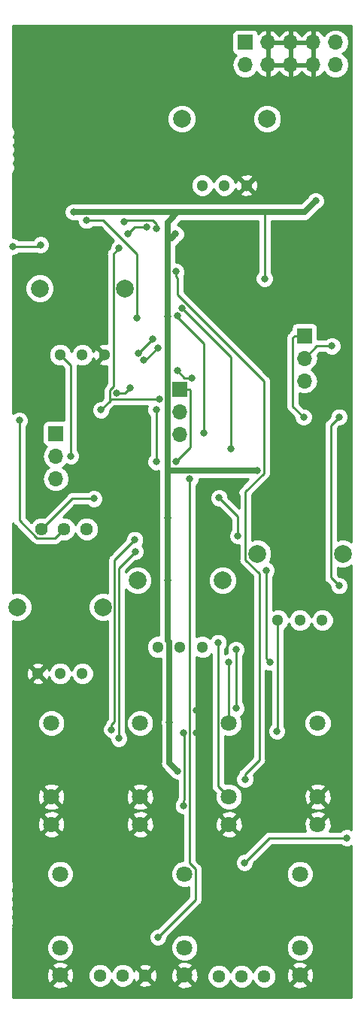
<source format=gtl>
G04 #@! TF.GenerationSoftware,KiCad,Pcbnew,(5.0.1-3-g963ef8bb5)*
G04 #@! TF.CreationDate,2020-06-22T21:03:06+02:00*
G04 #@! TF.ProjectId,Schraeg,536368726165672E6B696361645F7063,rev?*
G04 #@! TF.SameCoordinates,Original*
G04 #@! TF.FileFunction,Copper,L1,Top,Signal*
G04 #@! TF.FilePolarity,Positive*
%FSLAX46Y46*%
G04 Gerber Fmt 4.6, Leading zero omitted, Abs format (unit mm)*
G04 Created by KiCad (PCBNEW (5.0.1-3-g963ef8bb5)) date Monday, 22 June 2020 at 21:03:06*
%MOMM*%
%LPD*%
G01*
G04 APERTURE LIST*
G04 #@! TA.AperFunction,ComponentPad*
%ADD10C,1.800000*%
G04 #@! TD*
G04 #@! TA.AperFunction,ComponentPad*
%ADD11C,1.300000*%
G04 #@! TD*
G04 #@! TA.AperFunction,ComponentPad*
%ADD12C,2.000000*%
G04 #@! TD*
G04 #@! TA.AperFunction,ComponentPad*
%ADD13R,1.700000X1.700000*%
G04 #@! TD*
G04 #@! TA.AperFunction,ComponentPad*
%ADD14O,1.700000X1.700000*%
G04 #@! TD*
G04 #@! TA.AperFunction,ComponentPad*
%ADD15C,1.440000*%
G04 #@! TD*
G04 #@! TA.AperFunction,ViaPad*
%ADD16C,0.800000*%
G04 #@! TD*
G04 #@! TA.AperFunction,Conductor*
%ADD17C,0.250000*%
G04 #@! TD*
G04 #@! TA.AperFunction,Conductor*
%ADD18C,0.700000*%
G04 #@! TD*
G04 #@! TA.AperFunction,Conductor*
%ADD19C,0.254000*%
G04 #@! TD*
G04 APERTURE END LIST*
D10*
G04 #@! TO.P,AUDIO_IN1,2*
G04 #@! TO.N,GND*
X50000000Y-96380000D03*
G04 #@! TO.P,AUDIO_IN1,1*
X50000000Y-99480000D03*
G04 #@! TO.P,AUDIO_IN1,3*
G04 #@! TO.N,Net-(AUDIO_IN1-Pad3)*
X50000000Y-88080000D03*
G04 #@! TD*
G04 #@! TO.P,BP_OUT1,3*
G04 #@! TO.N,Net-(BP_OUT1-Pad3)*
X65000000Y-105080000D03*
G04 #@! TO.P,BP_OUT1,1*
G04 #@! TO.N,GND*
X65000000Y-116480000D03*
G04 #@! TO.P,BP_OUT1,2*
G04 #@! TO.N,Net-(BP_OUT1-Pad2)*
X65000000Y-113380000D03*
G04 #@! TD*
D11*
G04 #@! TO.P,CUTOFF1,1*
G04 #@! TO.N,-12V*
X67000000Y-27500000D03*
G04 #@! TO.P,CUTOFF1,2*
G04 #@! TO.N,Net-(CUTOFF1-Pad2)*
X69500000Y-27500000D03*
G04 #@! TO.P,CUTOFF1,3*
G04 #@! TO.N,GND*
X72000000Y-27500000D03*
D12*
G04 #@! TO.P,CUTOFF1,*
G04 #@! TO.N,*
X64700000Y-20000000D03*
X74300000Y-20000000D03*
G04 #@! TD*
D11*
G04 #@! TO.P,FM_ATTV1,1*
G04 #@! TO.N,Net-(FM_ATTV1-Pad1)*
X75500000Y-76500000D03*
G04 #@! TO.P,FM_ATTV1,2*
G04 #@! TO.N,Net-(FM_ATTV1-Pad2)*
X78000000Y-76500000D03*
G04 #@! TO.P,FM_ATTV1,3*
G04 #@! TO.N,Net-(FM_ATTV1-Pad3)*
X80500000Y-76500000D03*
D12*
G04 #@! TO.P,FM_ATTV1,*
G04 #@! TO.N,*
X73200000Y-69000000D03*
X82800000Y-69000000D03*
G04 #@! TD*
D10*
G04 #@! TO.P,FM_IN1,3*
G04 #@! TO.N,Net-(FM_ATTV1-Pad2)*
X70000000Y-88080000D03*
G04 #@! TO.P,FM_IN1,1*
G04 #@! TO.N,GND*
X70000000Y-99480000D03*
G04 #@! TO.P,FM_IN1,2*
G04 #@! TO.N,0.16V_REF*
X70000000Y-96380000D03*
G04 #@! TD*
G04 #@! TO.P,HP_OUT1,2*
G04 #@! TO.N,Net-(HP_OUT1-Pad2)*
X78000000Y-113380000D03*
G04 #@! TO.P,HP_OUT1,1*
G04 #@! TO.N,GND*
X78000000Y-116480000D03*
G04 #@! TO.P,HP_OUT1,3*
G04 #@! TO.N,Net-(HP_OUT1-Pad3)*
X78000000Y-105080000D03*
G04 #@! TD*
D12*
G04 #@! TO.P,INPUT_GAIN1,*
G04 #@! TO.N,*
X55800000Y-75000000D03*
X46200000Y-75000000D03*
D11*
G04 #@! TO.P,INPUT_GAIN1,3*
G04 #@! TO.N,Net-(C2-Pad2)*
X53500000Y-82500000D03*
G04 #@! TO.P,INPUT_GAIN1,2*
G04 #@! TO.N,Net-(INPUT_GAIN1-Pad2)*
X51000000Y-82500000D03*
G04 #@! TO.P,INPUT_GAIN1,1*
G04 #@! TO.N,GND*
X48500000Y-82500000D03*
G04 #@! TD*
D10*
G04 #@! TO.P,LP_OUT1,2*
G04 #@! TO.N,Net-(LP_OUT1-Pad2)*
X51000000Y-113380000D03*
G04 #@! TO.P,LP_OUT1,1*
G04 #@! TO.N,GND*
X51000000Y-116480000D03*
G04 #@! TO.P,LP_OUT1,3*
G04 #@! TO.N,Net-(LP_OUT1-Pad3)*
X51000000Y-105080000D03*
G04 #@! TD*
D13*
G04 #@! TO.P,PWR_IN1,1*
G04 #@! TO.N,Net-(F1-Pad2)*
X71840000Y-11400000D03*
D14*
G04 #@! TO.P,PWR_IN1,2*
X71840000Y-13940000D03*
G04 #@! TO.P,PWR_IN1,3*
G04 #@! TO.N,GND*
X74380000Y-11400000D03*
G04 #@! TO.P,PWR_IN1,4*
X74380000Y-13940000D03*
G04 #@! TO.P,PWR_IN1,5*
X76920000Y-11400000D03*
G04 #@! TO.P,PWR_IN1,6*
X76920000Y-13940000D03*
G04 #@! TO.P,PWR_IN1,7*
X79460000Y-11400000D03*
G04 #@! TO.P,PWR_IN1,8*
X79460000Y-13940000D03*
G04 #@! TO.P,PWR_IN1,9*
G04 #@! TO.N,Net-(F2-Pad2)*
X82000000Y-11400000D03*
G04 #@! TO.P,PWR_IN1,10*
X82000000Y-13940000D03*
G04 #@! TD*
D15*
G04 #@! TO.P,RES_ADJ1,1*
G04 #@! TO.N,Net-(R26-Pad1)*
X54000000Y-66200000D03*
G04 #@! TO.P,RES_ADJ1,2*
X51460000Y-66200000D03*
G04 #@! TO.P,RES_ADJ1,3*
G04 #@! TO.N,Net-(R27-Pad2)*
X48920000Y-66200000D03*
G04 #@! TD*
D12*
G04 #@! TO.P,RES_ATTV1,*
G04 #@! TO.N,*
X69300000Y-72000000D03*
X59700000Y-72000000D03*
D11*
G04 #@! TO.P,RES_ATTV1,3*
G04 #@! TO.N,Net-(R11-Pad2)*
X67000000Y-79500000D03*
G04 #@! TO.P,RES_ATTV1,2*
G04 #@! TO.N,Net-(RES_ATTV1-Pad2)*
X64500000Y-79500000D03*
G04 #@! TO.P,RES_ATTV1,1*
G04 #@! TO.N,Net-(R3-Pad2)*
X62000000Y-79500000D03*
G04 #@! TD*
D10*
G04 #@! TO.P,RES_CV1,3*
G04 #@! TO.N,Net-(RES_ATTV1-Pad2)*
X60000000Y-88080000D03*
G04 #@! TO.P,RES_CV1,1*
G04 #@! TO.N,GND*
X60000000Y-99480000D03*
G04 #@! TO.P,RES_CV1,2*
X60000000Y-96380000D03*
G04 #@! TD*
D11*
G04 #@! TO.P,RESONANCE1,1*
G04 #@! TO.N,5V_REF*
X51000000Y-46600000D03*
G04 #@! TO.P,RESONANCE1,2*
G04 #@! TO.N,Net-(R17-Pad2)*
X53500000Y-46600000D03*
G04 #@! TO.P,RESONANCE1,3*
G04 #@! TO.N,GND*
X56000000Y-46600000D03*
D12*
G04 #@! TO.P,RESONANCE1,*
G04 #@! TO.N,*
X48700000Y-39100000D03*
X58300000Y-39100000D03*
G04 #@! TD*
D15*
G04 #@! TO.P,RV_SAW_OCTAVE1,1*
G04 #@! TO.N,Net-(RV_SAW_OCTAVE1-Pad1)*
X55500000Y-116500000D03*
G04 #@! TO.P,RV_SAW_OCTAVE1,2*
G04 #@! TO.N,Net-(R1-Pad2)*
X58040000Y-116500000D03*
G04 #@! TO.P,RV_SAW_OCTAVE1,3*
G04 #@! TO.N,GND*
X60580000Y-116500000D03*
G04 #@! TD*
D14*
G04 #@! TO.P,SW_DRIVE1,3*
G04 #@! TO.N,Net-(R22-Pad2)*
X50500000Y-60540000D03*
G04 #@! TO.P,SW_DRIVE1,2*
G04 #@! TO.N,Net-(R19-Pad1)*
X50500000Y-58000000D03*
D13*
G04 #@! TO.P,SW_DRIVE1,1*
G04 #@! TO.N,Net-(R21-Pad2)*
X50500000Y-55460000D03*
G04 #@! TD*
G04 #@! TO.P,SW_RES_DIST1,1*
G04 #@! TO.N,/Filter Core/RES_MOD*
X78500000Y-44460000D03*
D14*
G04 #@! TO.P,SW_RES_DIST1,2*
G04 #@! TO.N,Net-(D3-Pad2)*
X78500000Y-47000000D03*
G04 #@! TO.P,SW_RES_DIST1,3*
G04 #@! TO.N,Net-(SW_RES_DIST1-Pad3)*
X78500000Y-49540000D03*
G04 #@! TD*
D13*
G04 #@! TO.P,SW_WOBBLE1,1*
G04 #@! TO.N,/Filter Core/RES_MOD*
X64500000Y-50460000D03*
D14*
G04 #@! TO.P,SW_WOBBLE1,2*
G04 #@! TO.N,Net-(RV_SAW_OCTAVE1-Pad1)*
X64500000Y-53000000D03*
G04 #@! TO.P,SW_WOBBLE1,3*
G04 #@! TO.N,Net-(SW_WOBBLE1-Pad3)*
X64500000Y-55540000D03*
G04 #@! TD*
D10*
G04 #@! TO.P,V_OCT_IN1,2*
G04 #@! TO.N,GND*
X80000000Y-96380000D03*
G04 #@! TO.P,V_OCT_IN1,1*
X80000000Y-99480000D03*
G04 #@! TO.P,V_OCT_IN1,3*
G04 #@! TO.N,Net-(R9-Pad2)*
X80000000Y-88080000D03*
G04 #@! TD*
D15*
G04 #@! TO.P,V_OCT_SCALE1,3*
G04 #@! TO.N,/Filter Core/FREQ_CV*
X73980000Y-116600000D03*
G04 #@! TO.P,V_OCT_SCALE1,2*
X71440000Y-116600000D03*
G04 #@! TO.P,V_OCT_SCALE1,1*
G04 #@! TO.N,Net-(R14-Pad1)*
X68900000Y-116600000D03*
G04 #@! TD*
D16*
G04 #@! TO.N,GND*
X74000000Y-26800000D03*
X81800000Y-32800000D03*
X67600000Y-29000000D03*
X62200000Y-29000000D03*
X58400000Y-24800000D03*
X54675001Y-29000000D03*
X48800000Y-29200000D03*
X56000000Y-38400000D03*
X48850000Y-36750000D03*
X69000000Y-42200000D03*
X73400000Y-43000000D03*
X74000000Y-40800000D03*
X74000000Y-47800000D03*
X54600000Y-47800000D03*
X58600000Y-58000000D03*
X78800000Y-61000000D03*
X75550000Y-61000000D03*
X73600000Y-65600000D03*
X80000000Y-68000000D03*
X68800000Y-66200000D03*
X68800000Y-64200000D03*
X67200000Y-72400000D03*
X60943154Y-70256846D03*
X70000000Y-78000000D03*
X60000000Y-74400000D03*
X66325000Y-86600000D03*
X66325000Y-89200000D03*
X67800000Y-96400000D03*
X62200000Y-96400000D03*
X60400000Y-66200000D03*
X75200000Y-32400000D03*
X54599998Y-33000000D03*
X77200000Y-59155000D03*
G04 #@! TO.N,Net-(C3-Pad2)*
X60400000Y-47200000D03*
X62000000Y-45800000D03*
X71000000Y-67000000D03*
X68887347Y-62712653D03*
G04 #@! TO.N,/Filter Core/RES_CV*
X67200000Y-55400000D03*
X64200000Y-42200000D03*
G04 #@! TO.N,/Filter Core/BP_OUT*
X71749999Y-103800000D03*
X83275000Y-101000000D03*
G04 #@! TO.N,/Filter Core/LP_OUT*
X45675000Y-34400000D03*
X48800000Y-34200000D03*
G04 #@! TO.N,Net-(C9-Pad2)*
X70225000Y-57200000D03*
X64687347Y-41312653D03*
G04 #@! TO.N,/Filter Core/RES_MOD*
X59647908Y-42447908D03*
X53950001Y-31450000D03*
X64049999Y-58650000D03*
X78400000Y-53600000D03*
G04 #@! TO.N,Net-(C10-Pad2)*
X65800000Y-49200000D03*
X64200000Y-48400000D03*
G04 #@! TO.N,5V_REF*
X52200000Y-58000000D03*
G04 #@! TO.N,0.16V_REF*
X68800000Y-79000000D03*
G04 #@! TO.N,+12V*
X61800000Y-32400000D03*
X58200000Y-31600000D03*
X70800000Y-86400000D03*
X70800000Y-79800000D03*
X64875000Y-97400000D03*
X64875000Y-89200000D03*
G04 #@! TO.N,-12V*
X79750000Y-29250000D03*
X52500000Y-30500000D03*
X64250000Y-93500000D03*
X63299999Y-88000000D03*
X63099999Y-65000000D03*
X63099999Y-72000000D03*
X63099999Y-42250000D03*
X64000000Y-33000000D03*
X73200000Y-59600000D03*
X74000000Y-38000000D03*
G04 #@! TO.N,Net-(D1-Pad2)*
X82400000Y-72600000D03*
X82400000Y-53600000D03*
G04 #@! TO.N,/Filter Core/FREQ_CV*
X71800000Y-94400000D03*
X64049999Y-37200000D03*
G04 #@! TO.N,Net-(D3-Pad2)*
X81600000Y-45600000D03*
G04 #@! TO.N,Net-(FM_ATTV1-Pad1)*
X75400000Y-89000000D03*
G04 #@! TO.N,Net-(FM_ATTV1-Pad2)*
X70000000Y-81200000D03*
G04 #@! TO.N,Net-(R1-Pad1)*
X56800000Y-88800000D03*
X59400000Y-67400000D03*
G04 #@! TO.N,Net-(R4-Pad1)*
X57600000Y-89800000D03*
X59443154Y-68756846D03*
G04 #@! TO.N,Net-(R11-Pad1)*
X74600000Y-81200000D03*
X74183187Y-70875000D03*
G04 #@! TO.N,/Filter Core/AUDIO_IN*
X60725000Y-32200000D03*
X58600000Y-33000000D03*
G04 #@! TO.N,Net-(R26-Pad1)*
X46400000Y-54000000D03*
G04 #@! TO.N,Net-(R27-Pad2)*
X57375000Y-50875000D03*
X58862653Y-50337347D03*
X54800000Y-62800000D03*
G04 #@! TO.N,Net-(R27-Pad1)*
X61800000Y-58649999D03*
X61800000Y-52800000D03*
G04 #@! TO.N,Net-(R28-Pad1)*
X62149999Y-51600000D03*
X55600000Y-52800000D03*
X57600000Y-34600000D03*
G04 #@! TO.N,Net-(R29-Pad1)*
X59800000Y-46400000D03*
X61400000Y-44800000D03*
G04 #@! TO.N,Net-(RV_SAW_OCTAVE1-Pad1)*
X62000000Y-112200000D03*
X65600000Y-60600000D03*
G04 #@! TD*
D17*
G04 #@! TO.N,GND*
X67600000Y-29000000D02*
X67034315Y-29000000D01*
G04 #@! TO.N,Net-(C3-Pad2)*
X60600000Y-47200000D02*
X62000000Y-45800000D01*
X60400000Y-47200000D02*
X60600000Y-47200000D01*
X71000000Y-67000000D02*
X71000000Y-66434315D01*
X71000000Y-64825306D02*
X68887347Y-62712653D01*
X71000000Y-67000000D02*
X71000000Y-64825306D01*
G04 #@! TO.N,/Filter Core/RES_CV*
X64200000Y-42350001D02*
X64200000Y-42200000D01*
X67200000Y-45350001D02*
X64200000Y-42350001D01*
X67200000Y-55400000D02*
X67200000Y-45350001D01*
G04 #@! TO.N,/Filter Core/BP_OUT*
X71749999Y-103800000D02*
X74549999Y-101000000D01*
X74549999Y-101000000D02*
X83275000Y-101000000D01*
G04 #@! TO.N,/Filter Core/LP_OUT*
X48600000Y-34400000D02*
X48800000Y-34200000D01*
X45675000Y-34400000D02*
X48600000Y-34400000D01*
G04 #@! TO.N,Net-(C9-Pad2)*
X70225000Y-46850306D02*
X64687347Y-41312653D01*
X70225000Y-57200000D02*
X70225000Y-46850306D01*
G04 #@! TO.N,/Filter Core/RES_MOD*
X59625001Y-41859316D02*
X59625001Y-35225001D01*
X59647908Y-41882223D02*
X59625001Y-41859316D01*
X59647908Y-42447908D02*
X59647908Y-41882223D01*
X55850000Y-31450000D02*
X53950001Y-31450000D01*
X59625001Y-35225001D02*
X55850000Y-31450000D01*
X65600000Y-50460000D02*
X64500000Y-50460000D01*
X65675001Y-50535001D02*
X65600000Y-50460000D01*
X65675001Y-57024998D02*
X65675001Y-50535001D01*
X64049999Y-58650000D02*
X65675001Y-57024998D01*
X77400000Y-44460000D02*
X78500000Y-44460000D01*
X77200000Y-44660000D02*
X77400000Y-44460000D01*
X77200000Y-52400000D02*
X77200000Y-44660000D01*
X78400000Y-53600000D02*
X77200000Y-52400000D01*
G04 #@! TO.N,Net-(C10-Pad2)*
X65000000Y-49200000D02*
X64200000Y-48400000D01*
X65800000Y-49200000D02*
X65000000Y-49200000D01*
G04 #@! TO.N,5V_REF*
X52200000Y-47800000D02*
X51000000Y-46600000D01*
X52200000Y-58000000D02*
X52200000Y-47800000D01*
G04 #@! TO.N,0.16V_REF*
X68774999Y-95154999D02*
X70000000Y-96380000D01*
X68774999Y-79025001D02*
X68774999Y-95154999D01*
X68800000Y-79000000D02*
X68774999Y-79025001D01*
G04 #@! TO.N,+12V*
X61440684Y-31474999D02*
X58325001Y-31474999D01*
X58325001Y-31474999D02*
X58200000Y-31600000D01*
X61800000Y-31834315D02*
X61440684Y-31474999D01*
X61800000Y-32400000D02*
X61800000Y-31834315D01*
X70800000Y-86400000D02*
X70800000Y-79800000D01*
X64975001Y-89300001D02*
X64875000Y-89200000D01*
X64975001Y-96734314D02*
X64975001Y-89300001D01*
X64875000Y-96834315D02*
X64975001Y-96734314D01*
X64875000Y-97400000D02*
X64875000Y-96834315D01*
D18*
G04 #@! TO.N,-12V*
X79750000Y-29250000D02*
X78500000Y-30500000D01*
X63299999Y-92549999D02*
X64250000Y-93500000D01*
X63099999Y-78723999D02*
X63299999Y-78923999D01*
X64250000Y-30500000D02*
X63099999Y-31650001D01*
X64250000Y-30500000D02*
X52500000Y-30500000D01*
X63299999Y-78923999D02*
X63299999Y-88000000D01*
X63299999Y-88000000D02*
X63299999Y-92549999D01*
X63099999Y-72000000D02*
X63099999Y-78723999D01*
X63099999Y-65000000D02*
X63099999Y-72000000D01*
X63099999Y-60250000D02*
X63099999Y-65000000D01*
X63500000Y-33500000D02*
X64000000Y-33000000D01*
X63099999Y-33500000D02*
X63500000Y-33500000D01*
X63099999Y-31650001D02*
X63099999Y-33500000D01*
X63099999Y-33500000D02*
X63099999Y-42250000D01*
X78500000Y-30500000D02*
X74000000Y-30500000D01*
X74000000Y-30500000D02*
X64250000Y-30500000D01*
X63299999Y-59600000D02*
X63099999Y-59400000D01*
X73200000Y-59600000D02*
X63299999Y-59600000D01*
X63099999Y-59400000D02*
X63099999Y-60250000D01*
X63099999Y-42250000D02*
X63099999Y-59400000D01*
D17*
X74000000Y-30500000D02*
X74000000Y-38000000D01*
G04 #@! TO.N,Net-(D1-Pad2)*
X81474999Y-54525001D02*
X82400000Y-53600000D01*
X81474999Y-71674999D02*
X81474999Y-54525001D01*
X82400000Y-72600000D02*
X81474999Y-71674999D01*
G04 #@! TO.N,/Filter Core/FREQ_CV*
X73925001Y-49525001D02*
X64200000Y-39800000D01*
X73925001Y-59948001D02*
X73925001Y-49525001D01*
X64200000Y-37915686D02*
X64200000Y-39800000D01*
X64049999Y-37765685D02*
X64200000Y-37915686D01*
X64049999Y-37200000D02*
X64049999Y-37765685D01*
X71800000Y-94400000D02*
X71800000Y-93800000D01*
X71800000Y-93800000D02*
X73400000Y-92200000D01*
X73400000Y-92200000D02*
X73400000Y-71200000D01*
X71874999Y-62001997D02*
X71873002Y-62000000D01*
X71874999Y-69674999D02*
X71874999Y-62001997D01*
X73400000Y-71200000D02*
X71874999Y-69674999D01*
X71873002Y-62000000D02*
X73925001Y-59948001D01*
X71800000Y-62073002D02*
X71873002Y-62000000D01*
G04 #@! TO.N,Net-(D3-Pad2)*
X79900000Y-45600000D02*
X78500000Y-47000000D01*
X81600000Y-45600000D02*
X79900000Y-45600000D01*
G04 #@! TO.N,Net-(FM_ATTV1-Pad1)*
X75500000Y-88900000D02*
X75400000Y-89000000D01*
X75500000Y-76500000D02*
X75500000Y-88900000D01*
G04 #@! TO.N,Net-(FM_ATTV1-Pad2)*
X70000000Y-81200000D02*
X70000000Y-88080000D01*
G04 #@! TO.N,Net-(R1-Pad1)*
X57125001Y-69674999D02*
X59400000Y-67400000D01*
X56800000Y-88234315D02*
X57125001Y-87909314D01*
X57125001Y-87909314D02*
X57125001Y-69674999D01*
X56800000Y-88800000D02*
X56800000Y-88234315D01*
G04 #@! TO.N,Net-(R4-Pad1)*
X57600000Y-70600000D02*
X59443154Y-68756846D01*
X57600000Y-89800000D02*
X57600000Y-70600000D01*
G04 #@! TO.N,Net-(R11-Pad1)*
X74183187Y-80783187D02*
X74183187Y-70875000D01*
X74600000Y-81200000D02*
X74183187Y-80783187D01*
G04 #@! TO.N,/Filter Core/AUDIO_IN*
X59400000Y-32200000D02*
X58600000Y-33000000D01*
X60725000Y-32200000D02*
X59400000Y-32200000D01*
G04 #@! TO.N,Net-(R26-Pad1)*
X46400000Y-65226602D02*
X46400000Y-54000000D01*
X48418399Y-67245001D02*
X46400000Y-65226602D01*
X50414999Y-67245001D02*
X48418399Y-67245001D01*
X51460000Y-66200000D02*
X50414999Y-67245001D01*
G04 #@! TO.N,Net-(R27-Pad2)*
X58325000Y-50875000D02*
X58862653Y-50337347D01*
X57375000Y-50875000D02*
X58325000Y-50875000D01*
X52320000Y-62800000D02*
X48920000Y-66200000D01*
X54800000Y-62800000D02*
X52320000Y-62800000D01*
G04 #@! TO.N,Net-(R27-Pad1)*
X61800000Y-58649999D02*
X61800000Y-52800000D01*
G04 #@! TO.N,Net-(R28-Pad1)*
X62149999Y-51600000D02*
X56800000Y-51600000D01*
X56600000Y-50576998D02*
X56600000Y-51800000D01*
X57026999Y-50149999D02*
X56600000Y-50576998D01*
X57026999Y-46183997D02*
X57026999Y-50149999D01*
X56974999Y-46131997D02*
X57026999Y-46183997D01*
X56974999Y-35225001D02*
X56974999Y-46131997D01*
X56800000Y-51600000D02*
X56600000Y-51800000D01*
X57600000Y-34600000D02*
X56974999Y-35225001D01*
X56600000Y-51800000D02*
X55600000Y-52800000D01*
G04 #@! TO.N,Net-(R29-Pad1)*
X59800000Y-46400000D02*
X61400000Y-44800000D01*
G04 #@! TO.N,Net-(RV_SAW_OCTAVE1-Pad1)*
X65600000Y-103866998D02*
X65600000Y-60600000D01*
X66225001Y-107974999D02*
X66225001Y-104491999D01*
X66225001Y-104491999D02*
X65600000Y-103866998D01*
X62000000Y-112200000D02*
X66225001Y-107974999D01*
G04 #@! TD*
D19*
G04 #@! TO.N,GND*
G36*
X83790001Y-67677762D02*
X83726153Y-67613914D01*
X83125222Y-67365000D01*
X82474778Y-67365000D01*
X82234999Y-67464320D01*
X82234999Y-54839802D01*
X82439801Y-54635000D01*
X82605874Y-54635000D01*
X82986280Y-54477431D01*
X83277431Y-54186280D01*
X83435000Y-53805874D01*
X83435000Y-53394126D01*
X83277431Y-53013720D01*
X82986280Y-52722569D01*
X82605874Y-52565000D01*
X82194126Y-52565000D01*
X81813720Y-52722569D01*
X81522569Y-53013720D01*
X81365000Y-53394126D01*
X81365000Y-53560199D01*
X80990527Y-53934672D01*
X80927071Y-53977072D01*
X80884671Y-54040528D01*
X80884670Y-54040529D01*
X80759096Y-54228464D01*
X80700111Y-54525001D01*
X80715000Y-54599853D01*
X80714999Y-71600152D01*
X80700111Y-71674999D01*
X80714999Y-71749846D01*
X80714999Y-71749850D01*
X80759095Y-71971535D01*
X80927070Y-72222928D01*
X80990529Y-72265330D01*
X81365000Y-72639801D01*
X81365000Y-72805874D01*
X81522569Y-73186280D01*
X81813720Y-73477431D01*
X82194126Y-73635000D01*
X82605874Y-73635000D01*
X82986280Y-73477431D01*
X83277431Y-73186280D01*
X83435000Y-72805874D01*
X83435000Y-72394126D01*
X83277431Y-72013720D01*
X82986280Y-71722569D01*
X82605874Y-71565000D01*
X82439801Y-71565000D01*
X82234999Y-71360198D01*
X82234999Y-70535680D01*
X82474778Y-70635000D01*
X83125222Y-70635000D01*
X83726153Y-70386086D01*
X83790001Y-70322238D01*
X83790001Y-100093044D01*
X83480874Y-99965000D01*
X83069126Y-99965000D01*
X82688720Y-100122569D01*
X82571289Y-100240000D01*
X81356454Y-100240000D01*
X81546458Y-99720664D01*
X81520839Y-99110540D01*
X81336643Y-98665852D01*
X81080159Y-98579446D01*
X80179605Y-99480000D01*
X80193748Y-99494143D01*
X80014143Y-99673748D01*
X80000000Y-99659605D01*
X79985858Y-99673748D01*
X79806253Y-99494143D01*
X79820395Y-99480000D01*
X78919841Y-98579446D01*
X78663357Y-98665852D01*
X78453542Y-99239336D01*
X78479161Y-99849460D01*
X78640928Y-100240000D01*
X74624846Y-100240000D01*
X74549999Y-100225112D01*
X74475152Y-100240000D01*
X74475147Y-100240000D01*
X74253462Y-100284096D01*
X74002070Y-100452071D01*
X73959670Y-100515527D01*
X71710198Y-102765000D01*
X71544125Y-102765000D01*
X71163719Y-102922569D01*
X70872568Y-103213720D01*
X70714999Y-103594126D01*
X70714999Y-104005874D01*
X70872568Y-104386280D01*
X71163719Y-104677431D01*
X71544125Y-104835000D01*
X71955873Y-104835000D01*
X72101522Y-104774670D01*
X76465000Y-104774670D01*
X76465000Y-105385330D01*
X76698690Y-105949507D01*
X77130493Y-106381310D01*
X77694670Y-106615000D01*
X78305330Y-106615000D01*
X78869507Y-106381310D01*
X79301310Y-105949507D01*
X79535000Y-105385330D01*
X79535000Y-104774670D01*
X79301310Y-104210493D01*
X78869507Y-103778690D01*
X78305330Y-103545000D01*
X77694670Y-103545000D01*
X77130493Y-103778690D01*
X76698690Y-104210493D01*
X76465000Y-104774670D01*
X72101522Y-104774670D01*
X72336279Y-104677431D01*
X72627430Y-104386280D01*
X72784999Y-104005874D01*
X72784999Y-103839801D01*
X74864801Y-101760000D01*
X82571289Y-101760000D01*
X82688720Y-101877431D01*
X83069126Y-102035000D01*
X83480874Y-102035000D01*
X83790001Y-101906956D01*
X83790001Y-118990000D01*
X45710000Y-118990000D01*
X45710000Y-117560159D01*
X50099446Y-117560159D01*
X50185852Y-117816643D01*
X50759336Y-118026458D01*
X51369460Y-118000839D01*
X51814148Y-117816643D01*
X51900554Y-117560159D01*
X51000000Y-116659605D01*
X50099446Y-117560159D01*
X45710000Y-117560159D01*
X45710000Y-116239336D01*
X49453542Y-116239336D01*
X49479161Y-116849460D01*
X49663357Y-117294148D01*
X49919841Y-117380554D01*
X50820395Y-116480000D01*
X51179605Y-116480000D01*
X52080159Y-117380554D01*
X52336643Y-117294148D01*
X52546458Y-116720664D01*
X52525876Y-116230474D01*
X54145000Y-116230474D01*
X54145000Y-116769526D01*
X54351286Y-117267546D01*
X54732454Y-117648714D01*
X55230474Y-117855000D01*
X55769526Y-117855000D01*
X56267546Y-117648714D01*
X56648714Y-117267546D01*
X56770000Y-116974735D01*
X56891286Y-117267546D01*
X57272454Y-117648714D01*
X57770474Y-117855000D01*
X58309526Y-117855000D01*
X58807546Y-117648714D01*
X59006486Y-117449774D01*
X59809831Y-117449774D01*
X59874131Y-117687611D01*
X60382342Y-117867333D01*
X60920644Y-117838892D01*
X61285869Y-117687611D01*
X61320326Y-117560159D01*
X64099446Y-117560159D01*
X64185852Y-117816643D01*
X64759336Y-118026458D01*
X65369460Y-118000839D01*
X65814148Y-117816643D01*
X65900554Y-117560159D01*
X65000000Y-116659605D01*
X64099446Y-117560159D01*
X61320326Y-117560159D01*
X61350169Y-117449774D01*
X60580000Y-116679605D01*
X59809831Y-117449774D01*
X59006486Y-117449774D01*
X59188714Y-117267546D01*
X59303325Y-116990849D01*
X59392389Y-117205869D01*
X59630226Y-117270169D01*
X60400395Y-116500000D01*
X60759605Y-116500000D01*
X61529774Y-117270169D01*
X61767611Y-117205869D01*
X61947333Y-116697658D01*
X61923118Y-116239336D01*
X63453542Y-116239336D01*
X63479161Y-116849460D01*
X63663357Y-117294148D01*
X63919841Y-117380554D01*
X64820395Y-116480000D01*
X65179605Y-116480000D01*
X66080159Y-117380554D01*
X66336643Y-117294148D01*
X66546458Y-116720664D01*
X66530074Y-116330474D01*
X67545000Y-116330474D01*
X67545000Y-116869526D01*
X67751286Y-117367546D01*
X68132454Y-117748714D01*
X68630474Y-117955000D01*
X69169526Y-117955000D01*
X69667546Y-117748714D01*
X70048714Y-117367546D01*
X70170000Y-117074735D01*
X70291286Y-117367546D01*
X70672454Y-117748714D01*
X71170474Y-117955000D01*
X71709526Y-117955000D01*
X72207546Y-117748714D01*
X72588714Y-117367546D01*
X72710000Y-117074735D01*
X72831286Y-117367546D01*
X73212454Y-117748714D01*
X73710474Y-117955000D01*
X74249526Y-117955000D01*
X74747546Y-117748714D01*
X74936101Y-117560159D01*
X77099446Y-117560159D01*
X77185852Y-117816643D01*
X77759336Y-118026458D01*
X78369460Y-118000839D01*
X78814148Y-117816643D01*
X78900554Y-117560159D01*
X78000000Y-116659605D01*
X77099446Y-117560159D01*
X74936101Y-117560159D01*
X75128714Y-117367546D01*
X75335000Y-116869526D01*
X75335000Y-116330474D01*
X75297250Y-116239336D01*
X76453542Y-116239336D01*
X76479161Y-116849460D01*
X76663357Y-117294148D01*
X76919841Y-117380554D01*
X77820395Y-116480000D01*
X78179605Y-116480000D01*
X79080159Y-117380554D01*
X79336643Y-117294148D01*
X79546458Y-116720664D01*
X79520839Y-116110540D01*
X79336643Y-115665852D01*
X79080159Y-115579446D01*
X78179605Y-116480000D01*
X77820395Y-116480000D01*
X76919841Y-115579446D01*
X76663357Y-115665852D01*
X76453542Y-116239336D01*
X75297250Y-116239336D01*
X75128714Y-115832454D01*
X74747546Y-115451286D01*
X74623347Y-115399841D01*
X77099446Y-115399841D01*
X78000000Y-116300395D01*
X78900554Y-115399841D01*
X78814148Y-115143357D01*
X78240664Y-114933542D01*
X77630540Y-114959161D01*
X77185852Y-115143357D01*
X77099446Y-115399841D01*
X74623347Y-115399841D01*
X74249526Y-115245000D01*
X73710474Y-115245000D01*
X73212454Y-115451286D01*
X72831286Y-115832454D01*
X72710000Y-116125265D01*
X72588714Y-115832454D01*
X72207546Y-115451286D01*
X71709526Y-115245000D01*
X71170474Y-115245000D01*
X70672454Y-115451286D01*
X70291286Y-115832454D01*
X70170000Y-116125265D01*
X70048714Y-115832454D01*
X69667546Y-115451286D01*
X69169526Y-115245000D01*
X68630474Y-115245000D01*
X68132454Y-115451286D01*
X67751286Y-115832454D01*
X67545000Y-116330474D01*
X66530074Y-116330474D01*
X66520839Y-116110540D01*
X66336643Y-115665852D01*
X66080159Y-115579446D01*
X65179605Y-116480000D01*
X64820395Y-116480000D01*
X63919841Y-115579446D01*
X63663357Y-115665852D01*
X63453542Y-116239336D01*
X61923118Y-116239336D01*
X61918892Y-116159356D01*
X61767611Y-115794131D01*
X61529774Y-115729831D01*
X60759605Y-116500000D01*
X60400395Y-116500000D01*
X59630226Y-115729831D01*
X59392389Y-115794131D01*
X59310351Y-116026114D01*
X59188714Y-115732454D01*
X59006486Y-115550226D01*
X59809831Y-115550226D01*
X60580000Y-116320395D01*
X61350169Y-115550226D01*
X61309512Y-115399841D01*
X64099446Y-115399841D01*
X65000000Y-116300395D01*
X65900554Y-115399841D01*
X65814148Y-115143357D01*
X65240664Y-114933542D01*
X64630540Y-114959161D01*
X64185852Y-115143357D01*
X64099446Y-115399841D01*
X61309512Y-115399841D01*
X61285869Y-115312389D01*
X60777658Y-115132667D01*
X60239356Y-115161108D01*
X59874131Y-115312389D01*
X59809831Y-115550226D01*
X59006486Y-115550226D01*
X58807546Y-115351286D01*
X58309526Y-115145000D01*
X57770474Y-115145000D01*
X57272454Y-115351286D01*
X56891286Y-115732454D01*
X56770000Y-116025265D01*
X56648714Y-115732454D01*
X56267546Y-115351286D01*
X55769526Y-115145000D01*
X55230474Y-115145000D01*
X54732454Y-115351286D01*
X54351286Y-115732454D01*
X54145000Y-116230474D01*
X52525876Y-116230474D01*
X52520839Y-116110540D01*
X52336643Y-115665852D01*
X52080159Y-115579446D01*
X51179605Y-116480000D01*
X50820395Y-116480000D01*
X49919841Y-115579446D01*
X49663357Y-115665852D01*
X49453542Y-116239336D01*
X45710000Y-116239336D01*
X45710000Y-115399841D01*
X50099446Y-115399841D01*
X51000000Y-116300395D01*
X51900554Y-115399841D01*
X51814148Y-115143357D01*
X51240664Y-114933542D01*
X50630540Y-114959161D01*
X50185852Y-115143357D01*
X50099446Y-115399841D01*
X45710000Y-115399841D01*
X45710000Y-113074670D01*
X49465000Y-113074670D01*
X49465000Y-113685330D01*
X49698690Y-114249507D01*
X50130493Y-114681310D01*
X50694670Y-114915000D01*
X51305330Y-114915000D01*
X51869507Y-114681310D01*
X52301310Y-114249507D01*
X52535000Y-113685330D01*
X52535000Y-113074670D01*
X52301310Y-112510493D01*
X51869507Y-112078690D01*
X51305330Y-111845000D01*
X50694670Y-111845000D01*
X50130493Y-112078690D01*
X49698690Y-112510493D01*
X49465000Y-113074670D01*
X45710000Y-113074670D01*
X45710000Y-111069926D01*
X45723909Y-111000000D01*
X45686756Y-110813219D01*
X45785000Y-110576037D01*
X45785000Y-110223963D01*
X45650810Y-109900000D01*
X45785000Y-109576037D01*
X45785000Y-109223963D01*
X45650810Y-108900000D01*
X45785000Y-108576037D01*
X45785000Y-108223963D01*
X45650810Y-107900000D01*
X45785000Y-107576037D01*
X45785000Y-107223963D01*
X45650810Y-106900000D01*
X45785000Y-106576037D01*
X45785000Y-106223963D01*
X45713632Y-106051665D01*
X45723909Y-106000000D01*
X45710000Y-105930074D01*
X45710000Y-104774670D01*
X49465000Y-104774670D01*
X49465000Y-105385330D01*
X49698690Y-105949507D01*
X50130493Y-106381310D01*
X50694670Y-106615000D01*
X51305330Y-106615000D01*
X51869507Y-106381310D01*
X52301310Y-105949507D01*
X52535000Y-105385330D01*
X52535000Y-104774670D01*
X52301310Y-104210493D01*
X51869507Y-103778690D01*
X51305330Y-103545000D01*
X50694670Y-103545000D01*
X50130493Y-103778690D01*
X49698690Y-104210493D01*
X49465000Y-104774670D01*
X45710000Y-104774670D01*
X45710000Y-100560159D01*
X49099446Y-100560159D01*
X49185852Y-100816643D01*
X49759336Y-101026458D01*
X50369460Y-101000839D01*
X50814148Y-100816643D01*
X50900554Y-100560159D01*
X59099446Y-100560159D01*
X59185852Y-100816643D01*
X59759336Y-101026458D01*
X60369460Y-101000839D01*
X60814148Y-100816643D01*
X60900554Y-100560159D01*
X60000000Y-99659605D01*
X59099446Y-100560159D01*
X50900554Y-100560159D01*
X50000000Y-99659605D01*
X49099446Y-100560159D01*
X45710000Y-100560159D01*
X45710000Y-99239336D01*
X48453542Y-99239336D01*
X48479161Y-99849460D01*
X48663357Y-100294148D01*
X48919841Y-100380554D01*
X49820395Y-99480000D01*
X50179605Y-99480000D01*
X51080159Y-100380554D01*
X51336643Y-100294148D01*
X51546458Y-99720664D01*
X51526248Y-99239336D01*
X58453542Y-99239336D01*
X58479161Y-99849460D01*
X58663357Y-100294148D01*
X58919841Y-100380554D01*
X59820395Y-99480000D01*
X60179605Y-99480000D01*
X61080159Y-100380554D01*
X61336643Y-100294148D01*
X61546458Y-99720664D01*
X61520839Y-99110540D01*
X61336643Y-98665852D01*
X61080159Y-98579446D01*
X60179605Y-99480000D01*
X59820395Y-99480000D01*
X58919841Y-98579446D01*
X58663357Y-98665852D01*
X58453542Y-99239336D01*
X51526248Y-99239336D01*
X51520839Y-99110540D01*
X51336643Y-98665852D01*
X51080159Y-98579446D01*
X50179605Y-99480000D01*
X49820395Y-99480000D01*
X48919841Y-98579446D01*
X48663357Y-98665852D01*
X48453542Y-99239336D01*
X45710000Y-99239336D01*
X45710000Y-98399841D01*
X49099446Y-98399841D01*
X50000000Y-99300395D01*
X50900554Y-98399841D01*
X59099446Y-98399841D01*
X60000000Y-99300395D01*
X60900554Y-98399841D01*
X60814148Y-98143357D01*
X60240664Y-97933542D01*
X59630540Y-97959161D01*
X59185852Y-98143357D01*
X59099446Y-98399841D01*
X50900554Y-98399841D01*
X50814148Y-98143357D01*
X50240664Y-97933542D01*
X49630540Y-97959161D01*
X49185852Y-98143357D01*
X49099446Y-98399841D01*
X45710000Y-98399841D01*
X45710000Y-97460159D01*
X49099446Y-97460159D01*
X49185852Y-97716643D01*
X49759336Y-97926458D01*
X50369460Y-97900839D01*
X50814148Y-97716643D01*
X50900554Y-97460159D01*
X59099446Y-97460159D01*
X59185852Y-97716643D01*
X59759336Y-97926458D01*
X60369460Y-97900839D01*
X60814148Y-97716643D01*
X60900554Y-97460159D01*
X60000000Y-96559605D01*
X59099446Y-97460159D01*
X50900554Y-97460159D01*
X50000000Y-96559605D01*
X49099446Y-97460159D01*
X45710000Y-97460159D01*
X45710000Y-96139336D01*
X48453542Y-96139336D01*
X48479161Y-96749460D01*
X48663357Y-97194148D01*
X48919841Y-97280554D01*
X49820395Y-96380000D01*
X50179605Y-96380000D01*
X51080159Y-97280554D01*
X51336643Y-97194148D01*
X51546458Y-96620664D01*
X51526248Y-96139336D01*
X58453542Y-96139336D01*
X58479161Y-96749460D01*
X58663357Y-97194148D01*
X58919841Y-97280554D01*
X59820395Y-96380000D01*
X60179605Y-96380000D01*
X61080159Y-97280554D01*
X61336643Y-97194148D01*
X61546458Y-96620664D01*
X61520839Y-96010540D01*
X61336643Y-95565852D01*
X61080159Y-95479446D01*
X60179605Y-96380000D01*
X59820395Y-96380000D01*
X58919841Y-95479446D01*
X58663357Y-95565852D01*
X58453542Y-96139336D01*
X51526248Y-96139336D01*
X51520839Y-96010540D01*
X51336643Y-95565852D01*
X51080159Y-95479446D01*
X50179605Y-96380000D01*
X49820395Y-96380000D01*
X48919841Y-95479446D01*
X48663357Y-95565852D01*
X48453542Y-96139336D01*
X45710000Y-96139336D01*
X45710000Y-95299841D01*
X49099446Y-95299841D01*
X50000000Y-96200395D01*
X50900554Y-95299841D01*
X59099446Y-95299841D01*
X60000000Y-96200395D01*
X60900554Y-95299841D01*
X60814148Y-95043357D01*
X60240664Y-94833542D01*
X59630540Y-94859161D01*
X59185852Y-95043357D01*
X59099446Y-95299841D01*
X50900554Y-95299841D01*
X50814148Y-95043357D01*
X50240664Y-94833542D01*
X49630540Y-94859161D01*
X49185852Y-95043357D01*
X49099446Y-95299841D01*
X45710000Y-95299841D01*
X45710000Y-87774670D01*
X48465000Y-87774670D01*
X48465000Y-88385330D01*
X48698690Y-88949507D01*
X49130493Y-89381310D01*
X49694670Y-89615000D01*
X50305330Y-89615000D01*
X50869507Y-89381310D01*
X51301310Y-88949507D01*
X51535000Y-88385330D01*
X51535000Y-87774670D01*
X51301310Y-87210493D01*
X50869507Y-86778690D01*
X50305330Y-86545000D01*
X49694670Y-86545000D01*
X49130493Y-86778690D01*
X48698690Y-87210493D01*
X48465000Y-87774670D01*
X45710000Y-87774670D01*
X45710000Y-83399016D01*
X47780590Y-83399016D01*
X47836271Y-83629611D01*
X48319078Y-83797622D01*
X48829428Y-83768083D01*
X49163729Y-83629611D01*
X49219410Y-83399016D01*
X48500000Y-82679605D01*
X47780590Y-83399016D01*
X45710000Y-83399016D01*
X45710000Y-82319078D01*
X47202378Y-82319078D01*
X47231917Y-82829428D01*
X47370389Y-83163729D01*
X47600984Y-83219410D01*
X48320395Y-82500000D01*
X48679605Y-82500000D01*
X49399016Y-83219410D01*
X49629611Y-83163729D01*
X49745777Y-82829906D01*
X49910629Y-83227894D01*
X50272106Y-83589371D01*
X50744398Y-83785000D01*
X51255602Y-83785000D01*
X51727894Y-83589371D01*
X52089371Y-83227894D01*
X52250000Y-82840100D01*
X52410629Y-83227894D01*
X52772106Y-83589371D01*
X53244398Y-83785000D01*
X53755602Y-83785000D01*
X54227894Y-83589371D01*
X54589371Y-83227894D01*
X54785000Y-82755602D01*
X54785000Y-82244398D01*
X54589371Y-81772106D01*
X54227894Y-81410629D01*
X53755602Y-81215000D01*
X53244398Y-81215000D01*
X52772106Y-81410629D01*
X52410629Y-81772106D01*
X52250000Y-82159900D01*
X52089371Y-81772106D01*
X51727894Y-81410629D01*
X51255602Y-81215000D01*
X50744398Y-81215000D01*
X50272106Y-81410629D01*
X49910629Y-81772106D01*
X49756831Y-82143408D01*
X49629611Y-81836271D01*
X49399016Y-81780590D01*
X48679605Y-82500000D01*
X48320395Y-82500000D01*
X47600984Y-81780590D01*
X47370389Y-81836271D01*
X47202378Y-82319078D01*
X45710000Y-82319078D01*
X45710000Y-81600984D01*
X47780590Y-81600984D01*
X48500000Y-82320395D01*
X49219410Y-81600984D01*
X49163729Y-81370389D01*
X48680922Y-81202378D01*
X48170572Y-81231917D01*
X47836271Y-81370389D01*
X47780590Y-81600984D01*
X45710000Y-81600984D01*
X45710000Y-76566747D01*
X45874778Y-76635000D01*
X46525222Y-76635000D01*
X47126153Y-76386086D01*
X47586086Y-75926153D01*
X47835000Y-75325222D01*
X47835000Y-74674778D01*
X54165000Y-74674778D01*
X54165000Y-75325222D01*
X54413914Y-75926153D01*
X54873847Y-76386086D01*
X55474778Y-76635000D01*
X56125222Y-76635000D01*
X56365002Y-76535680D01*
X56365001Y-87594513D01*
X56315528Y-87643986D01*
X56252072Y-87686386D01*
X56084096Y-87937778D01*
X56055686Y-88080603D01*
X55922569Y-88213720D01*
X55765000Y-88594126D01*
X55765000Y-89005874D01*
X55922569Y-89386280D01*
X56213720Y-89677431D01*
X56565000Y-89822936D01*
X56565000Y-90005874D01*
X56722569Y-90386280D01*
X57013720Y-90677431D01*
X57394126Y-90835000D01*
X57805874Y-90835000D01*
X58186280Y-90677431D01*
X58477431Y-90386280D01*
X58635000Y-90005874D01*
X58635000Y-89594126D01*
X58477431Y-89213720D01*
X58360000Y-89096289D01*
X58360000Y-87774670D01*
X58465000Y-87774670D01*
X58465000Y-88385330D01*
X58698690Y-88949507D01*
X59130493Y-89381310D01*
X59694670Y-89615000D01*
X60305330Y-89615000D01*
X60869507Y-89381310D01*
X61301310Y-88949507D01*
X61535000Y-88385330D01*
X61535000Y-87774670D01*
X61301310Y-87210493D01*
X60869507Y-86778690D01*
X60305330Y-86545000D01*
X59694670Y-86545000D01*
X59130493Y-86778690D01*
X58698690Y-87210493D01*
X58465000Y-87774670D01*
X58360000Y-87774670D01*
X58360000Y-72972239D01*
X58773847Y-73386086D01*
X59374778Y-73635000D01*
X60025222Y-73635000D01*
X60626153Y-73386086D01*
X61086086Y-72926153D01*
X61335000Y-72325222D01*
X61335000Y-71674778D01*
X61086086Y-71073847D01*
X60626153Y-70613914D01*
X60025222Y-70365000D01*
X59374778Y-70365000D01*
X58773847Y-70613914D01*
X58360000Y-71027761D01*
X58360000Y-70914801D01*
X59482956Y-69791846D01*
X59649028Y-69791846D01*
X60029434Y-69634277D01*
X60320585Y-69343126D01*
X60478154Y-68962720D01*
X60478154Y-68550972D01*
X60320585Y-68170566D01*
X60206865Y-68056846D01*
X60277431Y-67986280D01*
X60435000Y-67605874D01*
X60435000Y-67194126D01*
X60277431Y-66813720D01*
X59986280Y-66522569D01*
X59605874Y-66365000D01*
X59194126Y-66365000D01*
X58813720Y-66522569D01*
X58522569Y-66813720D01*
X58365000Y-67194126D01*
X58365000Y-67360197D01*
X56640529Y-69084670D01*
X56577073Y-69127070D01*
X56534673Y-69190526D01*
X56534672Y-69190527D01*
X56409098Y-69378462D01*
X56350113Y-69674999D01*
X56365002Y-69749850D01*
X56365002Y-73464320D01*
X56125222Y-73365000D01*
X55474778Y-73365000D01*
X54873847Y-73613914D01*
X54413914Y-74073847D01*
X54165000Y-74674778D01*
X47835000Y-74674778D01*
X47586086Y-74073847D01*
X47126153Y-73613914D01*
X46525222Y-73365000D01*
X45874778Y-73365000D01*
X45710000Y-73433253D01*
X45710000Y-65561906D01*
X45852071Y-65774531D01*
X45915530Y-65816933D01*
X47828070Y-67729474D01*
X47870470Y-67792930D01*
X48121862Y-67960905D01*
X48343547Y-68005001D01*
X48343551Y-68005001D01*
X48418398Y-68019889D01*
X48493245Y-68005001D01*
X50340152Y-68005001D01*
X50414999Y-68019889D01*
X50489846Y-68005001D01*
X50489851Y-68005001D01*
X50711536Y-67960905D01*
X50962928Y-67792930D01*
X51005330Y-67729471D01*
X51182927Y-67551874D01*
X51190474Y-67555000D01*
X51729526Y-67555000D01*
X52227546Y-67348714D01*
X52608714Y-66967546D01*
X52730000Y-66674735D01*
X52851286Y-66967546D01*
X53232454Y-67348714D01*
X53730474Y-67555000D01*
X54269526Y-67555000D01*
X54767546Y-67348714D01*
X55148714Y-66967546D01*
X55355000Y-66469526D01*
X55355000Y-65930474D01*
X55148714Y-65432454D01*
X54767546Y-65051286D01*
X54269526Y-64845000D01*
X53730474Y-64845000D01*
X53232454Y-65051286D01*
X52851286Y-65432454D01*
X52730000Y-65725265D01*
X52608714Y-65432454D01*
X52227546Y-65051286D01*
X51729526Y-64845000D01*
X51349802Y-64845000D01*
X52634802Y-63560000D01*
X54096289Y-63560000D01*
X54213720Y-63677431D01*
X54594126Y-63835000D01*
X55005874Y-63835000D01*
X55386280Y-63677431D01*
X55677431Y-63386280D01*
X55835000Y-63005874D01*
X55835000Y-62594126D01*
X55677431Y-62213720D01*
X55386280Y-61922569D01*
X55005874Y-61765000D01*
X54594126Y-61765000D01*
X54213720Y-61922569D01*
X54096289Y-62040000D01*
X52394846Y-62040000D01*
X52319999Y-62025112D01*
X52245152Y-62040000D01*
X52245148Y-62040000D01*
X52023463Y-62084096D01*
X51772071Y-62252071D01*
X51729671Y-62315527D01*
X49197073Y-64848126D01*
X49189526Y-64845000D01*
X48650474Y-64845000D01*
X48152454Y-65051286D01*
X47771286Y-65432454D01*
X47744740Y-65496541D01*
X47160000Y-64911801D01*
X47160000Y-58000000D01*
X48985908Y-58000000D01*
X49101161Y-58579418D01*
X49429375Y-59070625D01*
X49727761Y-59270000D01*
X49429375Y-59469375D01*
X49101161Y-59960582D01*
X48985908Y-60540000D01*
X49101161Y-61119418D01*
X49429375Y-61610625D01*
X49920582Y-61938839D01*
X50353744Y-62025000D01*
X50646256Y-62025000D01*
X51079418Y-61938839D01*
X51570625Y-61610625D01*
X51898839Y-61119418D01*
X52014092Y-60540000D01*
X51898839Y-59960582D01*
X51570625Y-59469375D01*
X51272239Y-59270000D01*
X51570625Y-59070625D01*
X51681072Y-58905329D01*
X51994126Y-59035000D01*
X52405874Y-59035000D01*
X52786280Y-58877431D01*
X53077431Y-58586280D01*
X53235000Y-58205874D01*
X53235000Y-57794126D01*
X53077431Y-57413720D01*
X52960000Y-57296289D01*
X52960000Y-47874846D01*
X52974888Y-47799999D01*
X52969115Y-47770974D01*
X53244398Y-47885000D01*
X53755602Y-47885000D01*
X54227894Y-47689371D01*
X54589371Y-47327894D01*
X54743169Y-46956592D01*
X54870389Y-47263729D01*
X55100984Y-47319410D01*
X55820395Y-46600000D01*
X55100984Y-45880590D01*
X54870389Y-45936271D01*
X54754223Y-46270094D01*
X54589371Y-45872106D01*
X54227894Y-45510629D01*
X53755602Y-45315000D01*
X53244398Y-45315000D01*
X52772106Y-45510629D01*
X52410629Y-45872106D01*
X52250000Y-46259900D01*
X52089371Y-45872106D01*
X51727894Y-45510629D01*
X51255602Y-45315000D01*
X50744398Y-45315000D01*
X50272106Y-45510629D01*
X49910629Y-45872106D01*
X49715000Y-46344398D01*
X49715000Y-46855602D01*
X49910629Y-47327894D01*
X50272106Y-47689371D01*
X50744398Y-47885000D01*
X51210198Y-47885000D01*
X51440001Y-48114803D01*
X51440000Y-53980462D01*
X51350000Y-53962560D01*
X49650000Y-53962560D01*
X49402235Y-54011843D01*
X49192191Y-54152191D01*
X49051843Y-54362235D01*
X49002560Y-54610000D01*
X49002560Y-56310000D01*
X49051843Y-56557765D01*
X49192191Y-56767809D01*
X49402235Y-56908157D01*
X49447619Y-56917184D01*
X49429375Y-56929375D01*
X49101161Y-57420582D01*
X48985908Y-58000000D01*
X47160000Y-58000000D01*
X47160000Y-54703711D01*
X47277431Y-54586280D01*
X47435000Y-54205874D01*
X47435000Y-53794126D01*
X47277431Y-53413720D01*
X46986280Y-53122569D01*
X46605874Y-52965000D01*
X46194126Y-52965000D01*
X45813720Y-53122569D01*
X45710000Y-53226289D01*
X45710000Y-38774778D01*
X47065000Y-38774778D01*
X47065000Y-39425222D01*
X47313914Y-40026153D01*
X47773847Y-40486086D01*
X48374778Y-40735000D01*
X49025222Y-40735000D01*
X49626153Y-40486086D01*
X50086086Y-40026153D01*
X50335000Y-39425222D01*
X50335000Y-38774778D01*
X50086086Y-38173847D01*
X49626153Y-37713914D01*
X49025222Y-37465000D01*
X48374778Y-37465000D01*
X47773847Y-37713914D01*
X47313914Y-38173847D01*
X47065000Y-38774778D01*
X45710000Y-38774778D01*
X45710000Y-35435000D01*
X45880874Y-35435000D01*
X46261280Y-35277431D01*
X46378711Y-35160000D01*
X48413060Y-35160000D01*
X48594126Y-35235000D01*
X49005874Y-35235000D01*
X49386280Y-35077431D01*
X49677431Y-34786280D01*
X49835000Y-34405874D01*
X49835000Y-33994126D01*
X49677431Y-33613720D01*
X49386280Y-33322569D01*
X49005874Y-33165000D01*
X48594126Y-33165000D01*
X48213720Y-33322569D01*
X47922569Y-33613720D01*
X47911683Y-33640000D01*
X46378711Y-33640000D01*
X46261280Y-33522569D01*
X45880874Y-33365000D01*
X45710000Y-33365000D01*
X45710000Y-30294126D01*
X51465000Y-30294126D01*
X51465000Y-30705874D01*
X51622569Y-31086280D01*
X51913720Y-31377431D01*
X52294126Y-31535000D01*
X52705874Y-31535000D01*
X52826585Y-31485000D01*
X52915001Y-31485000D01*
X52915001Y-31655874D01*
X53072570Y-32036280D01*
X53363721Y-32327431D01*
X53744127Y-32485000D01*
X54155875Y-32485000D01*
X54536281Y-32327431D01*
X54653712Y-32210000D01*
X55535199Y-32210000D01*
X57037795Y-33712597D01*
X57013720Y-33722569D01*
X56722569Y-34013720D01*
X56565000Y-34394126D01*
X56565000Y-34560199D01*
X56490529Y-34634670D01*
X56427070Y-34677072D01*
X56259095Y-34928465D01*
X56214999Y-35150150D01*
X56214999Y-35150154D01*
X56200111Y-35225001D01*
X56214999Y-35299848D01*
X56215000Y-45314237D01*
X56180922Y-45302378D01*
X55670572Y-45331917D01*
X55336271Y-45470389D01*
X55280590Y-45700984D01*
X56000000Y-46420395D01*
X56014143Y-46406253D01*
X56193748Y-46585858D01*
X56179605Y-46600000D01*
X56193748Y-46614143D01*
X56014142Y-46793748D01*
X56000000Y-46779605D01*
X55280590Y-47499016D01*
X55336271Y-47729611D01*
X55819078Y-47897622D01*
X56266999Y-47871696D01*
X56267000Y-49835197D01*
X56115530Y-49986667D01*
X56052071Y-50029069D01*
X55884096Y-50280462D01*
X55840000Y-50502147D01*
X55840000Y-50502151D01*
X55825112Y-50576998D01*
X55840000Y-50651845D01*
X55840001Y-51485198D01*
X55560199Y-51765000D01*
X55394126Y-51765000D01*
X55013720Y-51922569D01*
X54722569Y-52213720D01*
X54565000Y-52594126D01*
X54565000Y-53005874D01*
X54722569Y-53386280D01*
X55013720Y-53677431D01*
X55394126Y-53835000D01*
X55805874Y-53835000D01*
X56186280Y-53677431D01*
X56477431Y-53386280D01*
X56635000Y-53005874D01*
X56635000Y-52839801D01*
X57084473Y-52390329D01*
X57129863Y-52360000D01*
X60861978Y-52360000D01*
X60765000Y-52594126D01*
X60765000Y-53005874D01*
X60922569Y-53386280D01*
X61040001Y-53503712D01*
X61040000Y-57946288D01*
X60922569Y-58063719D01*
X60765000Y-58444125D01*
X60765000Y-58855873D01*
X60922569Y-59236279D01*
X61213720Y-59527430D01*
X61594126Y-59684999D01*
X62005874Y-59684999D01*
X62114999Y-59639798D01*
X62114999Y-60152989D01*
X62115000Y-64673413D01*
X62064999Y-64794126D01*
X62064999Y-65205874D01*
X62114999Y-65326585D01*
X62115000Y-71673413D01*
X62064999Y-71794126D01*
X62064999Y-72205874D01*
X62114999Y-72326585D01*
X62115000Y-78215000D01*
X61744398Y-78215000D01*
X61272106Y-78410629D01*
X60910629Y-78772106D01*
X60715000Y-79244398D01*
X60715000Y-79755602D01*
X60910629Y-80227894D01*
X61272106Y-80589371D01*
X61744398Y-80785000D01*
X62255602Y-80785000D01*
X62314999Y-80760397D01*
X62315000Y-87673413D01*
X62264999Y-87794126D01*
X62264999Y-88205874D01*
X62314999Y-88326585D01*
X62315000Y-92452986D01*
X62295703Y-92549999D01*
X62372150Y-92934326D01*
X62534901Y-93177901D01*
X62534904Y-93177904D01*
X62589855Y-93260144D01*
X62672095Y-93315095D01*
X63322569Y-93965569D01*
X63372569Y-94086280D01*
X63663720Y-94377431D01*
X64044126Y-94535000D01*
X64215001Y-94535000D01*
X64215001Y-96454111D01*
X64159096Y-96537778D01*
X64130686Y-96680603D01*
X63997569Y-96813720D01*
X63840000Y-97194126D01*
X63840000Y-97605874D01*
X63997569Y-97986280D01*
X64288720Y-98277431D01*
X64669126Y-98435000D01*
X64840000Y-98435000D01*
X64840000Y-103545000D01*
X64694670Y-103545000D01*
X64130493Y-103778690D01*
X63698690Y-104210493D01*
X63465000Y-104774670D01*
X63465000Y-105385330D01*
X63698690Y-105949507D01*
X64130493Y-106381310D01*
X64694670Y-106615000D01*
X65305330Y-106615000D01*
X65465001Y-106548862D01*
X65465001Y-107660197D01*
X61960199Y-111165000D01*
X61794126Y-111165000D01*
X61413720Y-111322569D01*
X61122569Y-111613720D01*
X60965000Y-111994126D01*
X60965000Y-112405874D01*
X61122569Y-112786280D01*
X61413720Y-113077431D01*
X61794126Y-113235000D01*
X62205874Y-113235000D01*
X62586280Y-113077431D01*
X62589041Y-113074670D01*
X63465000Y-113074670D01*
X63465000Y-113685330D01*
X63698690Y-114249507D01*
X64130493Y-114681310D01*
X64694670Y-114915000D01*
X65305330Y-114915000D01*
X65869507Y-114681310D01*
X66301310Y-114249507D01*
X66535000Y-113685330D01*
X66535000Y-113074670D01*
X76465000Y-113074670D01*
X76465000Y-113685330D01*
X76698690Y-114249507D01*
X77130493Y-114681310D01*
X77694670Y-114915000D01*
X78305330Y-114915000D01*
X78869507Y-114681310D01*
X79301310Y-114249507D01*
X79535000Y-113685330D01*
X79535000Y-113074670D01*
X79301310Y-112510493D01*
X78869507Y-112078690D01*
X78305330Y-111845000D01*
X77694670Y-111845000D01*
X77130493Y-112078690D01*
X76698690Y-112510493D01*
X76465000Y-113074670D01*
X66535000Y-113074670D01*
X66301310Y-112510493D01*
X65869507Y-112078690D01*
X65305330Y-111845000D01*
X64694670Y-111845000D01*
X64130493Y-112078690D01*
X63698690Y-112510493D01*
X63465000Y-113074670D01*
X62589041Y-113074670D01*
X62877431Y-112786280D01*
X63035000Y-112405874D01*
X63035000Y-112239801D01*
X66709474Y-108565328D01*
X66772930Y-108522928D01*
X66815925Y-108458581D01*
X66940905Y-108271537D01*
X66979807Y-108075961D01*
X66985001Y-108049851D01*
X66985001Y-108049847D01*
X66999889Y-107974999D01*
X66985001Y-107900151D01*
X66985001Y-104566846D01*
X66999889Y-104491999D01*
X66985001Y-104417152D01*
X66985001Y-104417147D01*
X66940905Y-104195462D01*
X66772930Y-103944070D01*
X66709474Y-103901670D01*
X66360000Y-103552197D01*
X66360000Y-100560159D01*
X69099446Y-100560159D01*
X69185852Y-100816643D01*
X69759336Y-101026458D01*
X70369460Y-101000839D01*
X70814148Y-100816643D01*
X70900554Y-100560159D01*
X70000000Y-99659605D01*
X69099446Y-100560159D01*
X66360000Y-100560159D01*
X66360000Y-99239336D01*
X68453542Y-99239336D01*
X68479161Y-99849460D01*
X68663357Y-100294148D01*
X68919841Y-100380554D01*
X69820395Y-99480000D01*
X70179605Y-99480000D01*
X71080159Y-100380554D01*
X71336643Y-100294148D01*
X71546458Y-99720664D01*
X71520839Y-99110540D01*
X71336643Y-98665852D01*
X71080159Y-98579446D01*
X70179605Y-99480000D01*
X69820395Y-99480000D01*
X68919841Y-98579446D01*
X68663357Y-98665852D01*
X68453542Y-99239336D01*
X66360000Y-99239336D01*
X66360000Y-98399841D01*
X69099446Y-98399841D01*
X70000000Y-99300395D01*
X70900554Y-98399841D01*
X79099446Y-98399841D01*
X80000000Y-99300395D01*
X80900554Y-98399841D01*
X80814148Y-98143357D01*
X80240664Y-97933542D01*
X79630540Y-97959161D01*
X79185852Y-98143357D01*
X79099446Y-98399841D01*
X70900554Y-98399841D01*
X70814148Y-98143357D01*
X70240664Y-97933542D01*
X69630540Y-97959161D01*
X69185852Y-98143357D01*
X69099446Y-98399841D01*
X66360000Y-98399841D01*
X66360000Y-80625778D01*
X66744398Y-80785000D01*
X67255602Y-80785000D01*
X67727894Y-80589371D01*
X68014999Y-80302266D01*
X68015000Y-95080147D01*
X68000111Y-95154999D01*
X68059096Y-95451536D01*
X68135480Y-95565852D01*
X68227071Y-95702928D01*
X68290527Y-95745328D01*
X68510360Y-95965161D01*
X68465000Y-96074670D01*
X68465000Y-96685330D01*
X68698690Y-97249507D01*
X69130493Y-97681310D01*
X69694670Y-97915000D01*
X70305330Y-97915000D01*
X70869507Y-97681310D01*
X71090658Y-97460159D01*
X79099446Y-97460159D01*
X79185852Y-97716643D01*
X79759336Y-97926458D01*
X80369460Y-97900839D01*
X80814148Y-97716643D01*
X80900554Y-97460159D01*
X80000000Y-96559605D01*
X79099446Y-97460159D01*
X71090658Y-97460159D01*
X71301310Y-97249507D01*
X71535000Y-96685330D01*
X71535000Y-96139336D01*
X78453542Y-96139336D01*
X78479161Y-96749460D01*
X78663357Y-97194148D01*
X78919841Y-97280554D01*
X79820395Y-96380000D01*
X80179605Y-96380000D01*
X81080159Y-97280554D01*
X81336643Y-97194148D01*
X81546458Y-96620664D01*
X81520839Y-96010540D01*
X81336643Y-95565852D01*
X81080159Y-95479446D01*
X80179605Y-96380000D01*
X79820395Y-96380000D01*
X78919841Y-95479446D01*
X78663357Y-95565852D01*
X78453542Y-96139336D01*
X71535000Y-96139336D01*
X71535000Y-96074670D01*
X71301310Y-95510493D01*
X70869507Y-95078690D01*
X70305330Y-94845000D01*
X69694670Y-94845000D01*
X69585161Y-94890360D01*
X69534999Y-94840198D01*
X69534999Y-89548862D01*
X69694670Y-89615000D01*
X70305330Y-89615000D01*
X70869507Y-89381310D01*
X71301310Y-88949507D01*
X71535000Y-88385330D01*
X71535000Y-87774670D01*
X71337420Y-87297670D01*
X71386280Y-87277431D01*
X71677431Y-86986280D01*
X71835000Y-86605874D01*
X71835000Y-86194126D01*
X71677431Y-85813720D01*
X71560000Y-85696289D01*
X71560000Y-80503711D01*
X71677431Y-80386280D01*
X71835000Y-80005874D01*
X71835000Y-79594126D01*
X71677431Y-79213720D01*
X71386280Y-78922569D01*
X71005874Y-78765000D01*
X70594126Y-78765000D01*
X70213720Y-78922569D01*
X69922569Y-79213720D01*
X69765000Y-79594126D01*
X69765000Y-80005874D01*
X69830912Y-80165000D01*
X69794126Y-80165000D01*
X69534999Y-80272334D01*
X69534999Y-79728712D01*
X69677431Y-79586280D01*
X69835000Y-79205874D01*
X69835000Y-78794126D01*
X69677431Y-78413720D01*
X69386280Y-78122569D01*
X69005874Y-77965000D01*
X68594126Y-77965000D01*
X68213720Y-78122569D01*
X67922569Y-78413720D01*
X67866455Y-78549190D01*
X67727894Y-78410629D01*
X67255602Y-78215000D01*
X66744398Y-78215000D01*
X66360000Y-78374222D01*
X66360000Y-71674778D01*
X67665000Y-71674778D01*
X67665000Y-72325222D01*
X67913914Y-72926153D01*
X68373847Y-73386086D01*
X68974778Y-73635000D01*
X69625222Y-73635000D01*
X70226153Y-73386086D01*
X70686086Y-72926153D01*
X70935000Y-72325222D01*
X70935000Y-71674778D01*
X70686086Y-71073847D01*
X70226153Y-70613914D01*
X69625222Y-70365000D01*
X68974778Y-70365000D01*
X68373847Y-70613914D01*
X67913914Y-71073847D01*
X67665000Y-71674778D01*
X66360000Y-71674778D01*
X66360000Y-61303711D01*
X66477431Y-61186280D01*
X66635000Y-60805874D01*
X66635000Y-60585000D01*
X72213201Y-60585000D01*
X71388531Y-61409670D01*
X71325073Y-61452071D01*
X71282673Y-61515528D01*
X71209671Y-61588530D01*
X71084097Y-61776465D01*
X71025112Y-62073002D01*
X71084097Y-62369539D01*
X71115000Y-62415789D01*
X71115000Y-63865504D01*
X69922347Y-62672852D01*
X69922347Y-62506779D01*
X69764778Y-62126373D01*
X69473627Y-61835222D01*
X69093221Y-61677653D01*
X68681473Y-61677653D01*
X68301067Y-61835222D01*
X68009916Y-62126373D01*
X67852347Y-62506779D01*
X67852347Y-62918527D01*
X68009916Y-63298933D01*
X68301067Y-63590084D01*
X68681473Y-63747653D01*
X68847546Y-63747653D01*
X70240001Y-65140109D01*
X70240000Y-66296289D01*
X70122569Y-66413720D01*
X69965000Y-66794126D01*
X69965000Y-67205874D01*
X70122569Y-67586280D01*
X70413720Y-67877431D01*
X70794126Y-68035000D01*
X71114999Y-68035000D01*
X71114999Y-69600152D01*
X71100111Y-69674999D01*
X71114999Y-69749846D01*
X71114999Y-69749850D01*
X71159095Y-69971535D01*
X71327070Y-70222928D01*
X71390529Y-70265330D01*
X72640001Y-71514803D01*
X72640000Y-91885198D01*
X71315528Y-93209671D01*
X71252072Y-93252071D01*
X71084096Y-93503463D01*
X71047166Y-93689123D01*
X70922569Y-93813720D01*
X70765000Y-94194126D01*
X70765000Y-94605874D01*
X70922569Y-94986280D01*
X71213720Y-95277431D01*
X71594126Y-95435000D01*
X72005874Y-95435000D01*
X72332177Y-95299841D01*
X79099446Y-95299841D01*
X80000000Y-96200395D01*
X80900554Y-95299841D01*
X80814148Y-95043357D01*
X80240664Y-94833542D01*
X79630540Y-94859161D01*
X79185852Y-95043357D01*
X79099446Y-95299841D01*
X72332177Y-95299841D01*
X72386280Y-95277431D01*
X72677431Y-94986280D01*
X72835000Y-94605874D01*
X72835000Y-94194126D01*
X72731221Y-93943580D01*
X73884473Y-92790329D01*
X73947929Y-92747929D01*
X74031692Y-92622569D01*
X74115904Y-92496538D01*
X74134930Y-92400888D01*
X74160000Y-92274852D01*
X74160000Y-92274848D01*
X74174888Y-92200000D01*
X74160000Y-92125152D01*
X74160000Y-82138022D01*
X74394126Y-82235000D01*
X74740000Y-82235000D01*
X74740001Y-88196288D01*
X74522569Y-88413720D01*
X74365000Y-88794126D01*
X74365000Y-89205874D01*
X74522569Y-89586280D01*
X74813720Y-89877431D01*
X75194126Y-90035000D01*
X75605874Y-90035000D01*
X75986280Y-89877431D01*
X76277431Y-89586280D01*
X76435000Y-89205874D01*
X76435000Y-88794126D01*
X76277431Y-88413720D01*
X76260000Y-88396289D01*
X76260000Y-87774670D01*
X78465000Y-87774670D01*
X78465000Y-88385330D01*
X78698690Y-88949507D01*
X79130493Y-89381310D01*
X79694670Y-89615000D01*
X80305330Y-89615000D01*
X80869507Y-89381310D01*
X81301310Y-88949507D01*
X81535000Y-88385330D01*
X81535000Y-87774670D01*
X81301310Y-87210493D01*
X80869507Y-86778690D01*
X80305330Y-86545000D01*
X79694670Y-86545000D01*
X79130493Y-86778690D01*
X78698690Y-87210493D01*
X78465000Y-87774670D01*
X76260000Y-87774670D01*
X76260000Y-77557265D01*
X76589371Y-77227894D01*
X76750000Y-76840100D01*
X76910629Y-77227894D01*
X77272106Y-77589371D01*
X77744398Y-77785000D01*
X78255602Y-77785000D01*
X78727894Y-77589371D01*
X79089371Y-77227894D01*
X79250000Y-76840100D01*
X79410629Y-77227894D01*
X79772106Y-77589371D01*
X80244398Y-77785000D01*
X80755602Y-77785000D01*
X81227894Y-77589371D01*
X81589371Y-77227894D01*
X81785000Y-76755602D01*
X81785000Y-76244398D01*
X81589371Y-75772106D01*
X81227894Y-75410629D01*
X80755602Y-75215000D01*
X80244398Y-75215000D01*
X79772106Y-75410629D01*
X79410629Y-75772106D01*
X79250000Y-76159900D01*
X79089371Y-75772106D01*
X78727894Y-75410629D01*
X78255602Y-75215000D01*
X77744398Y-75215000D01*
X77272106Y-75410629D01*
X76910629Y-75772106D01*
X76750000Y-76159900D01*
X76589371Y-75772106D01*
X76227894Y-75410629D01*
X75755602Y-75215000D01*
X75244398Y-75215000D01*
X74943187Y-75339765D01*
X74943187Y-71578711D01*
X75060618Y-71461280D01*
X75218187Y-71080874D01*
X75218187Y-70669126D01*
X75060618Y-70288720D01*
X74769467Y-69997569D01*
X74587692Y-69922276D01*
X74835000Y-69325222D01*
X74835000Y-68674778D01*
X74586086Y-68073847D01*
X74126153Y-67613914D01*
X73525222Y-67365000D01*
X72874778Y-67365000D01*
X72634999Y-67464320D01*
X72634999Y-62312804D01*
X74409474Y-60538330D01*
X74472930Y-60495930D01*
X74549713Y-60381017D01*
X74640905Y-60244539D01*
X74655024Y-60173556D01*
X74685001Y-60022853D01*
X74685001Y-60022849D01*
X74699889Y-59948001D01*
X74685001Y-59873153D01*
X74685001Y-49599847D01*
X74699889Y-49525000D01*
X74685001Y-49450153D01*
X74685001Y-49450149D01*
X74640905Y-49228464D01*
X74547664Y-49088919D01*
X74515330Y-49040527D01*
X74515328Y-49040525D01*
X74472930Y-48977072D01*
X74409477Y-48934674D01*
X70134803Y-44660000D01*
X76425112Y-44660000D01*
X76440001Y-44734852D01*
X76440000Y-52325153D01*
X76425112Y-52400000D01*
X76440000Y-52474847D01*
X76440000Y-52474851D01*
X76484096Y-52696536D01*
X76652071Y-52947929D01*
X76715530Y-52990331D01*
X77365000Y-53639802D01*
X77365000Y-53805874D01*
X77522569Y-54186280D01*
X77813720Y-54477431D01*
X78194126Y-54635000D01*
X78605874Y-54635000D01*
X78986280Y-54477431D01*
X79277431Y-54186280D01*
X79435000Y-53805874D01*
X79435000Y-53394126D01*
X79277431Y-53013720D01*
X78986280Y-52722569D01*
X78605874Y-52565000D01*
X78439802Y-52565000D01*
X77960000Y-52085199D01*
X77960000Y-50946680D01*
X78353744Y-51025000D01*
X78646256Y-51025000D01*
X79079418Y-50938839D01*
X79570625Y-50610625D01*
X79898839Y-50119418D01*
X80014092Y-49540000D01*
X79898839Y-48960582D01*
X79570625Y-48469375D01*
X79272239Y-48270000D01*
X79570625Y-48070625D01*
X79898839Y-47579418D01*
X80014092Y-47000000D01*
X79941209Y-46633592D01*
X80214802Y-46360000D01*
X80896289Y-46360000D01*
X81013720Y-46477431D01*
X81394126Y-46635000D01*
X81805874Y-46635000D01*
X82186280Y-46477431D01*
X82477431Y-46186280D01*
X82635000Y-45805874D01*
X82635000Y-45394126D01*
X82477431Y-45013720D01*
X82186280Y-44722569D01*
X81805874Y-44565000D01*
X81394126Y-44565000D01*
X81013720Y-44722569D01*
X80896289Y-44840000D01*
X79997440Y-44840000D01*
X79997440Y-43610000D01*
X79948157Y-43362235D01*
X79807809Y-43152191D01*
X79597765Y-43011843D01*
X79350000Y-42962560D01*
X77650000Y-42962560D01*
X77402235Y-43011843D01*
X77192191Y-43152191D01*
X77051843Y-43362235D01*
X77002560Y-43610000D01*
X77002560Y-43811517D01*
X76852071Y-43912071D01*
X76809669Y-43975530D01*
X76715528Y-44069671D01*
X76652072Y-44112071D01*
X76609672Y-44175527D01*
X76609671Y-44175528D01*
X76484097Y-44363463D01*
X76425112Y-44660000D01*
X70134803Y-44660000D01*
X64960000Y-39485199D01*
X64960000Y-37990532D01*
X64974888Y-37915685D01*
X64960000Y-37840838D01*
X64960000Y-37840834D01*
X64942102Y-37750857D01*
X65084999Y-37405874D01*
X65084999Y-36994126D01*
X64927430Y-36613720D01*
X64636279Y-36322569D01*
X64255873Y-36165000D01*
X64084999Y-36165000D01*
X64084999Y-34293765D01*
X64210145Y-34210145D01*
X64265098Y-34127902D01*
X64465569Y-33927431D01*
X64586280Y-33877431D01*
X64877431Y-33586280D01*
X65035000Y-33205874D01*
X65035000Y-32794126D01*
X64877431Y-32413720D01*
X64586280Y-32122569D01*
X64205874Y-31965000D01*
X64178000Y-31965000D01*
X64658001Y-31485000D01*
X73240000Y-31485000D01*
X73240001Y-37296288D01*
X73122569Y-37413720D01*
X72965000Y-37794126D01*
X72965000Y-38205874D01*
X73122569Y-38586280D01*
X73413720Y-38877431D01*
X73794126Y-39035000D01*
X74205874Y-39035000D01*
X74586280Y-38877431D01*
X74877431Y-38586280D01*
X75035000Y-38205874D01*
X75035000Y-37794126D01*
X74877431Y-37413720D01*
X74760000Y-37296289D01*
X74760000Y-31485000D01*
X78402992Y-31485000D01*
X78500000Y-31504296D01*
X78597008Y-31485000D01*
X78597012Y-31485000D01*
X78884328Y-31427849D01*
X79210145Y-31210145D01*
X79265098Y-31127902D01*
X80215570Y-30177430D01*
X80336280Y-30127431D01*
X80627431Y-29836280D01*
X80785000Y-29455874D01*
X80785000Y-29044126D01*
X80627431Y-28663720D01*
X80336280Y-28372569D01*
X79955874Y-28215000D01*
X79544126Y-28215000D01*
X79163720Y-28372569D01*
X78872569Y-28663720D01*
X78822570Y-28784430D01*
X78092000Y-29515000D01*
X64347007Y-29515000D01*
X64249999Y-29495704D01*
X64152991Y-29515000D01*
X52826585Y-29515000D01*
X52705874Y-29465000D01*
X52294126Y-29465000D01*
X51913720Y-29622569D01*
X51622569Y-29913720D01*
X51465000Y-30294126D01*
X45710000Y-30294126D01*
X45710000Y-27244398D01*
X65715000Y-27244398D01*
X65715000Y-27755602D01*
X65910629Y-28227894D01*
X66272106Y-28589371D01*
X66744398Y-28785000D01*
X67255602Y-28785000D01*
X67727894Y-28589371D01*
X68089371Y-28227894D01*
X68250000Y-27840100D01*
X68410629Y-28227894D01*
X68772106Y-28589371D01*
X69244398Y-28785000D01*
X69755602Y-28785000D01*
X70227894Y-28589371D01*
X70418249Y-28399016D01*
X71280590Y-28399016D01*
X71336271Y-28629611D01*
X71819078Y-28797622D01*
X72329428Y-28768083D01*
X72663729Y-28629611D01*
X72719410Y-28399016D01*
X72000000Y-27679605D01*
X71280590Y-28399016D01*
X70418249Y-28399016D01*
X70589371Y-28227894D01*
X70743169Y-27856592D01*
X70870389Y-28163729D01*
X71100984Y-28219410D01*
X71820395Y-27500000D01*
X72179605Y-27500000D01*
X72899016Y-28219410D01*
X73129611Y-28163729D01*
X73297622Y-27680922D01*
X73268083Y-27170572D01*
X73129611Y-26836271D01*
X72899016Y-26780590D01*
X72179605Y-27500000D01*
X71820395Y-27500000D01*
X71100984Y-26780590D01*
X70870389Y-26836271D01*
X70754223Y-27170094D01*
X70589371Y-26772106D01*
X70418249Y-26600984D01*
X71280590Y-26600984D01*
X72000000Y-27320395D01*
X72719410Y-26600984D01*
X72663729Y-26370389D01*
X72180922Y-26202378D01*
X71670572Y-26231917D01*
X71336271Y-26370389D01*
X71280590Y-26600984D01*
X70418249Y-26600984D01*
X70227894Y-26410629D01*
X69755602Y-26215000D01*
X69244398Y-26215000D01*
X68772106Y-26410629D01*
X68410629Y-26772106D01*
X68250000Y-27159900D01*
X68089371Y-26772106D01*
X67727894Y-26410629D01*
X67255602Y-26215000D01*
X66744398Y-26215000D01*
X66272106Y-26410629D01*
X65910629Y-26772106D01*
X65715000Y-27244398D01*
X45710000Y-27244398D01*
X45710000Y-26069926D01*
X45717039Y-26034540D01*
X45750267Y-26001312D01*
X45885000Y-25676037D01*
X45885000Y-25323963D01*
X45750810Y-25000000D01*
X45885000Y-24676037D01*
X45885000Y-24323963D01*
X45750810Y-24000000D01*
X45885000Y-23676037D01*
X45885000Y-23323963D01*
X45750810Y-23000000D01*
X45885000Y-22676037D01*
X45885000Y-22323963D01*
X45750810Y-22000000D01*
X45885000Y-21676037D01*
X45885000Y-21323963D01*
X45750267Y-20998688D01*
X45717039Y-20965460D01*
X45710000Y-20930074D01*
X45710000Y-19674778D01*
X63065000Y-19674778D01*
X63065000Y-20325222D01*
X63313914Y-20926153D01*
X63773847Y-21386086D01*
X64374778Y-21635000D01*
X65025222Y-21635000D01*
X65626153Y-21386086D01*
X66086086Y-20926153D01*
X66335000Y-20325222D01*
X66335000Y-19674778D01*
X72665000Y-19674778D01*
X72665000Y-20325222D01*
X72913914Y-20926153D01*
X73373847Y-21386086D01*
X73974778Y-21635000D01*
X74625222Y-21635000D01*
X75226153Y-21386086D01*
X75686086Y-20926153D01*
X75935000Y-20325222D01*
X75935000Y-19674778D01*
X75686086Y-19073847D01*
X75226153Y-18613914D01*
X74625222Y-18365000D01*
X73974778Y-18365000D01*
X73373847Y-18613914D01*
X72913914Y-19073847D01*
X72665000Y-19674778D01*
X66335000Y-19674778D01*
X66086086Y-19073847D01*
X65626153Y-18613914D01*
X65025222Y-18365000D01*
X64374778Y-18365000D01*
X63773847Y-18613914D01*
X63313914Y-19073847D01*
X63065000Y-19674778D01*
X45710000Y-19674778D01*
X45710000Y-13940000D01*
X70325908Y-13940000D01*
X70441161Y-14519418D01*
X70769375Y-15010625D01*
X71260582Y-15338839D01*
X71693744Y-15425000D01*
X71986256Y-15425000D01*
X72419418Y-15338839D01*
X72910625Y-15010625D01*
X73123843Y-14691522D01*
X73184817Y-14821358D01*
X73613076Y-15211645D01*
X74023110Y-15381476D01*
X74253000Y-15260155D01*
X74253000Y-14067000D01*
X74507000Y-14067000D01*
X74507000Y-15260155D01*
X74736890Y-15381476D01*
X75146924Y-15211645D01*
X75575183Y-14821358D01*
X75650000Y-14662046D01*
X75724817Y-14821358D01*
X76153076Y-15211645D01*
X76563110Y-15381476D01*
X76793000Y-15260155D01*
X76793000Y-14067000D01*
X77047000Y-14067000D01*
X77047000Y-15260155D01*
X77276890Y-15381476D01*
X77686924Y-15211645D01*
X78115183Y-14821358D01*
X78190000Y-14662046D01*
X78264817Y-14821358D01*
X78693076Y-15211645D01*
X79103110Y-15381476D01*
X79333000Y-15260155D01*
X79333000Y-14067000D01*
X77047000Y-14067000D01*
X76793000Y-14067000D01*
X74507000Y-14067000D01*
X74253000Y-14067000D01*
X74233000Y-14067000D01*
X74233000Y-13813000D01*
X74253000Y-13813000D01*
X74253000Y-11527000D01*
X74507000Y-11527000D01*
X74507000Y-13813000D01*
X76793000Y-13813000D01*
X76793000Y-11527000D01*
X77047000Y-11527000D01*
X77047000Y-13813000D01*
X79333000Y-13813000D01*
X79333000Y-11527000D01*
X77047000Y-11527000D01*
X76793000Y-11527000D01*
X74507000Y-11527000D01*
X74253000Y-11527000D01*
X74233000Y-11527000D01*
X74233000Y-11273000D01*
X74253000Y-11273000D01*
X74253000Y-10079845D01*
X74507000Y-10079845D01*
X74507000Y-11273000D01*
X76793000Y-11273000D01*
X76793000Y-10079845D01*
X77047000Y-10079845D01*
X77047000Y-11273000D01*
X79333000Y-11273000D01*
X79333000Y-10079845D01*
X79587000Y-10079845D01*
X79587000Y-11273000D01*
X79607000Y-11273000D01*
X79607000Y-11527000D01*
X79587000Y-11527000D01*
X79587000Y-13813000D01*
X79607000Y-13813000D01*
X79607000Y-14067000D01*
X79587000Y-14067000D01*
X79587000Y-15260155D01*
X79816890Y-15381476D01*
X80226924Y-15211645D01*
X80655183Y-14821358D01*
X80716157Y-14691522D01*
X80929375Y-15010625D01*
X81420582Y-15338839D01*
X81853744Y-15425000D01*
X82146256Y-15425000D01*
X82579418Y-15338839D01*
X83070625Y-15010625D01*
X83398839Y-14519418D01*
X83514092Y-13940000D01*
X83398839Y-13360582D01*
X83070625Y-12869375D01*
X82772239Y-12670000D01*
X83070625Y-12470625D01*
X83398839Y-11979418D01*
X83514092Y-11400000D01*
X83398839Y-10820582D01*
X83070625Y-10329375D01*
X82579418Y-10001161D01*
X82146256Y-9915000D01*
X81853744Y-9915000D01*
X81420582Y-10001161D01*
X80929375Y-10329375D01*
X80716157Y-10648478D01*
X80655183Y-10518642D01*
X80226924Y-10128355D01*
X79816890Y-9958524D01*
X79587000Y-10079845D01*
X79333000Y-10079845D01*
X79103110Y-9958524D01*
X78693076Y-10128355D01*
X78264817Y-10518642D01*
X78190000Y-10677954D01*
X78115183Y-10518642D01*
X77686924Y-10128355D01*
X77276890Y-9958524D01*
X77047000Y-10079845D01*
X76793000Y-10079845D01*
X76563110Y-9958524D01*
X76153076Y-10128355D01*
X75724817Y-10518642D01*
X75650000Y-10677954D01*
X75575183Y-10518642D01*
X75146924Y-10128355D01*
X74736890Y-9958524D01*
X74507000Y-10079845D01*
X74253000Y-10079845D01*
X74023110Y-9958524D01*
X73613076Y-10128355D01*
X73308739Y-10405708D01*
X73288157Y-10302235D01*
X73147809Y-10092191D01*
X72937765Y-9951843D01*
X72690000Y-9902560D01*
X70990000Y-9902560D01*
X70742235Y-9951843D01*
X70532191Y-10092191D01*
X70391843Y-10302235D01*
X70342560Y-10550000D01*
X70342560Y-12250000D01*
X70391843Y-12497765D01*
X70532191Y-12707809D01*
X70742235Y-12848157D01*
X70787619Y-12857184D01*
X70769375Y-12869375D01*
X70441161Y-13360582D01*
X70325908Y-13940000D01*
X45710000Y-13940000D01*
X45710000Y-9510000D01*
X83790000Y-9510000D01*
X83790001Y-67677762D01*
X83790001Y-67677762D01*
G37*
X83790001Y-67677762D02*
X83726153Y-67613914D01*
X83125222Y-67365000D01*
X82474778Y-67365000D01*
X82234999Y-67464320D01*
X82234999Y-54839802D01*
X82439801Y-54635000D01*
X82605874Y-54635000D01*
X82986280Y-54477431D01*
X83277431Y-54186280D01*
X83435000Y-53805874D01*
X83435000Y-53394126D01*
X83277431Y-53013720D01*
X82986280Y-52722569D01*
X82605874Y-52565000D01*
X82194126Y-52565000D01*
X81813720Y-52722569D01*
X81522569Y-53013720D01*
X81365000Y-53394126D01*
X81365000Y-53560199D01*
X80990527Y-53934672D01*
X80927071Y-53977072D01*
X80884671Y-54040528D01*
X80884670Y-54040529D01*
X80759096Y-54228464D01*
X80700111Y-54525001D01*
X80715000Y-54599853D01*
X80714999Y-71600152D01*
X80700111Y-71674999D01*
X80714999Y-71749846D01*
X80714999Y-71749850D01*
X80759095Y-71971535D01*
X80927070Y-72222928D01*
X80990529Y-72265330D01*
X81365000Y-72639801D01*
X81365000Y-72805874D01*
X81522569Y-73186280D01*
X81813720Y-73477431D01*
X82194126Y-73635000D01*
X82605874Y-73635000D01*
X82986280Y-73477431D01*
X83277431Y-73186280D01*
X83435000Y-72805874D01*
X83435000Y-72394126D01*
X83277431Y-72013720D01*
X82986280Y-71722569D01*
X82605874Y-71565000D01*
X82439801Y-71565000D01*
X82234999Y-71360198D01*
X82234999Y-70535680D01*
X82474778Y-70635000D01*
X83125222Y-70635000D01*
X83726153Y-70386086D01*
X83790001Y-70322238D01*
X83790001Y-100093044D01*
X83480874Y-99965000D01*
X83069126Y-99965000D01*
X82688720Y-100122569D01*
X82571289Y-100240000D01*
X81356454Y-100240000D01*
X81546458Y-99720664D01*
X81520839Y-99110540D01*
X81336643Y-98665852D01*
X81080159Y-98579446D01*
X80179605Y-99480000D01*
X80193748Y-99494143D01*
X80014143Y-99673748D01*
X80000000Y-99659605D01*
X79985858Y-99673748D01*
X79806253Y-99494143D01*
X79820395Y-99480000D01*
X78919841Y-98579446D01*
X78663357Y-98665852D01*
X78453542Y-99239336D01*
X78479161Y-99849460D01*
X78640928Y-100240000D01*
X74624846Y-100240000D01*
X74549999Y-100225112D01*
X74475152Y-100240000D01*
X74475147Y-100240000D01*
X74253462Y-100284096D01*
X74002070Y-100452071D01*
X73959670Y-100515527D01*
X71710198Y-102765000D01*
X71544125Y-102765000D01*
X71163719Y-102922569D01*
X70872568Y-103213720D01*
X70714999Y-103594126D01*
X70714999Y-104005874D01*
X70872568Y-104386280D01*
X71163719Y-104677431D01*
X71544125Y-104835000D01*
X71955873Y-104835000D01*
X72101522Y-104774670D01*
X76465000Y-104774670D01*
X76465000Y-105385330D01*
X76698690Y-105949507D01*
X77130493Y-106381310D01*
X77694670Y-106615000D01*
X78305330Y-106615000D01*
X78869507Y-106381310D01*
X79301310Y-105949507D01*
X79535000Y-105385330D01*
X79535000Y-104774670D01*
X79301310Y-104210493D01*
X78869507Y-103778690D01*
X78305330Y-103545000D01*
X77694670Y-103545000D01*
X77130493Y-103778690D01*
X76698690Y-104210493D01*
X76465000Y-104774670D01*
X72101522Y-104774670D01*
X72336279Y-104677431D01*
X72627430Y-104386280D01*
X72784999Y-104005874D01*
X72784999Y-103839801D01*
X74864801Y-101760000D01*
X82571289Y-101760000D01*
X82688720Y-101877431D01*
X83069126Y-102035000D01*
X83480874Y-102035000D01*
X83790001Y-101906956D01*
X83790001Y-118990000D01*
X45710000Y-118990000D01*
X45710000Y-117560159D01*
X50099446Y-117560159D01*
X50185852Y-117816643D01*
X50759336Y-118026458D01*
X51369460Y-118000839D01*
X51814148Y-117816643D01*
X51900554Y-117560159D01*
X51000000Y-116659605D01*
X50099446Y-117560159D01*
X45710000Y-117560159D01*
X45710000Y-116239336D01*
X49453542Y-116239336D01*
X49479161Y-116849460D01*
X49663357Y-117294148D01*
X49919841Y-117380554D01*
X50820395Y-116480000D01*
X51179605Y-116480000D01*
X52080159Y-117380554D01*
X52336643Y-117294148D01*
X52546458Y-116720664D01*
X52525876Y-116230474D01*
X54145000Y-116230474D01*
X54145000Y-116769526D01*
X54351286Y-117267546D01*
X54732454Y-117648714D01*
X55230474Y-117855000D01*
X55769526Y-117855000D01*
X56267546Y-117648714D01*
X56648714Y-117267546D01*
X56770000Y-116974735D01*
X56891286Y-117267546D01*
X57272454Y-117648714D01*
X57770474Y-117855000D01*
X58309526Y-117855000D01*
X58807546Y-117648714D01*
X59006486Y-117449774D01*
X59809831Y-117449774D01*
X59874131Y-117687611D01*
X60382342Y-117867333D01*
X60920644Y-117838892D01*
X61285869Y-117687611D01*
X61320326Y-117560159D01*
X64099446Y-117560159D01*
X64185852Y-117816643D01*
X64759336Y-118026458D01*
X65369460Y-118000839D01*
X65814148Y-117816643D01*
X65900554Y-117560159D01*
X65000000Y-116659605D01*
X64099446Y-117560159D01*
X61320326Y-117560159D01*
X61350169Y-117449774D01*
X60580000Y-116679605D01*
X59809831Y-117449774D01*
X59006486Y-117449774D01*
X59188714Y-117267546D01*
X59303325Y-116990849D01*
X59392389Y-117205869D01*
X59630226Y-117270169D01*
X60400395Y-116500000D01*
X60759605Y-116500000D01*
X61529774Y-117270169D01*
X61767611Y-117205869D01*
X61947333Y-116697658D01*
X61923118Y-116239336D01*
X63453542Y-116239336D01*
X63479161Y-116849460D01*
X63663357Y-117294148D01*
X63919841Y-117380554D01*
X64820395Y-116480000D01*
X65179605Y-116480000D01*
X66080159Y-117380554D01*
X66336643Y-117294148D01*
X66546458Y-116720664D01*
X66530074Y-116330474D01*
X67545000Y-116330474D01*
X67545000Y-116869526D01*
X67751286Y-117367546D01*
X68132454Y-117748714D01*
X68630474Y-117955000D01*
X69169526Y-117955000D01*
X69667546Y-117748714D01*
X70048714Y-117367546D01*
X70170000Y-117074735D01*
X70291286Y-117367546D01*
X70672454Y-117748714D01*
X71170474Y-117955000D01*
X71709526Y-117955000D01*
X72207546Y-117748714D01*
X72588714Y-117367546D01*
X72710000Y-117074735D01*
X72831286Y-117367546D01*
X73212454Y-117748714D01*
X73710474Y-117955000D01*
X74249526Y-117955000D01*
X74747546Y-117748714D01*
X74936101Y-117560159D01*
X77099446Y-117560159D01*
X77185852Y-117816643D01*
X77759336Y-118026458D01*
X78369460Y-118000839D01*
X78814148Y-117816643D01*
X78900554Y-117560159D01*
X78000000Y-116659605D01*
X77099446Y-117560159D01*
X74936101Y-117560159D01*
X75128714Y-117367546D01*
X75335000Y-116869526D01*
X75335000Y-116330474D01*
X75297250Y-116239336D01*
X76453542Y-116239336D01*
X76479161Y-116849460D01*
X76663357Y-117294148D01*
X76919841Y-117380554D01*
X77820395Y-116480000D01*
X78179605Y-116480000D01*
X79080159Y-117380554D01*
X79336643Y-117294148D01*
X79546458Y-116720664D01*
X79520839Y-116110540D01*
X79336643Y-115665852D01*
X79080159Y-115579446D01*
X78179605Y-116480000D01*
X77820395Y-116480000D01*
X76919841Y-115579446D01*
X76663357Y-115665852D01*
X76453542Y-116239336D01*
X75297250Y-116239336D01*
X75128714Y-115832454D01*
X74747546Y-115451286D01*
X74623347Y-115399841D01*
X77099446Y-115399841D01*
X78000000Y-116300395D01*
X78900554Y-115399841D01*
X78814148Y-115143357D01*
X78240664Y-114933542D01*
X77630540Y-114959161D01*
X77185852Y-115143357D01*
X77099446Y-115399841D01*
X74623347Y-115399841D01*
X74249526Y-115245000D01*
X73710474Y-115245000D01*
X73212454Y-115451286D01*
X72831286Y-115832454D01*
X72710000Y-116125265D01*
X72588714Y-115832454D01*
X72207546Y-115451286D01*
X71709526Y-115245000D01*
X71170474Y-115245000D01*
X70672454Y-115451286D01*
X70291286Y-115832454D01*
X70170000Y-116125265D01*
X70048714Y-115832454D01*
X69667546Y-115451286D01*
X69169526Y-115245000D01*
X68630474Y-115245000D01*
X68132454Y-115451286D01*
X67751286Y-115832454D01*
X67545000Y-116330474D01*
X66530074Y-116330474D01*
X66520839Y-116110540D01*
X66336643Y-115665852D01*
X66080159Y-115579446D01*
X65179605Y-116480000D01*
X64820395Y-116480000D01*
X63919841Y-115579446D01*
X63663357Y-115665852D01*
X63453542Y-116239336D01*
X61923118Y-116239336D01*
X61918892Y-116159356D01*
X61767611Y-115794131D01*
X61529774Y-115729831D01*
X60759605Y-116500000D01*
X60400395Y-116500000D01*
X59630226Y-115729831D01*
X59392389Y-115794131D01*
X59310351Y-116026114D01*
X59188714Y-115732454D01*
X59006486Y-115550226D01*
X59809831Y-115550226D01*
X60580000Y-116320395D01*
X61350169Y-115550226D01*
X61309512Y-115399841D01*
X64099446Y-115399841D01*
X65000000Y-116300395D01*
X65900554Y-115399841D01*
X65814148Y-115143357D01*
X65240664Y-114933542D01*
X64630540Y-114959161D01*
X64185852Y-115143357D01*
X64099446Y-115399841D01*
X61309512Y-115399841D01*
X61285869Y-115312389D01*
X60777658Y-115132667D01*
X60239356Y-115161108D01*
X59874131Y-115312389D01*
X59809831Y-115550226D01*
X59006486Y-115550226D01*
X58807546Y-115351286D01*
X58309526Y-115145000D01*
X57770474Y-115145000D01*
X57272454Y-115351286D01*
X56891286Y-115732454D01*
X56770000Y-116025265D01*
X56648714Y-115732454D01*
X56267546Y-115351286D01*
X55769526Y-115145000D01*
X55230474Y-115145000D01*
X54732454Y-115351286D01*
X54351286Y-115732454D01*
X54145000Y-116230474D01*
X52525876Y-116230474D01*
X52520839Y-116110540D01*
X52336643Y-115665852D01*
X52080159Y-115579446D01*
X51179605Y-116480000D01*
X50820395Y-116480000D01*
X49919841Y-115579446D01*
X49663357Y-115665852D01*
X49453542Y-116239336D01*
X45710000Y-116239336D01*
X45710000Y-115399841D01*
X50099446Y-115399841D01*
X51000000Y-116300395D01*
X51900554Y-115399841D01*
X51814148Y-115143357D01*
X51240664Y-114933542D01*
X50630540Y-114959161D01*
X50185852Y-115143357D01*
X50099446Y-115399841D01*
X45710000Y-115399841D01*
X45710000Y-113074670D01*
X49465000Y-113074670D01*
X49465000Y-113685330D01*
X49698690Y-114249507D01*
X50130493Y-114681310D01*
X50694670Y-114915000D01*
X51305330Y-114915000D01*
X51869507Y-114681310D01*
X52301310Y-114249507D01*
X52535000Y-113685330D01*
X52535000Y-113074670D01*
X52301310Y-112510493D01*
X51869507Y-112078690D01*
X51305330Y-111845000D01*
X50694670Y-111845000D01*
X50130493Y-112078690D01*
X49698690Y-112510493D01*
X49465000Y-113074670D01*
X45710000Y-113074670D01*
X45710000Y-111069926D01*
X45723909Y-111000000D01*
X45686756Y-110813219D01*
X45785000Y-110576037D01*
X45785000Y-110223963D01*
X45650810Y-109900000D01*
X45785000Y-109576037D01*
X45785000Y-109223963D01*
X45650810Y-108900000D01*
X45785000Y-108576037D01*
X45785000Y-108223963D01*
X45650810Y-107900000D01*
X45785000Y-107576037D01*
X45785000Y-107223963D01*
X45650810Y-106900000D01*
X45785000Y-106576037D01*
X45785000Y-106223963D01*
X45713632Y-106051665D01*
X45723909Y-106000000D01*
X45710000Y-105930074D01*
X45710000Y-104774670D01*
X49465000Y-104774670D01*
X49465000Y-105385330D01*
X49698690Y-105949507D01*
X50130493Y-106381310D01*
X50694670Y-106615000D01*
X51305330Y-106615000D01*
X51869507Y-106381310D01*
X52301310Y-105949507D01*
X52535000Y-105385330D01*
X52535000Y-104774670D01*
X52301310Y-104210493D01*
X51869507Y-103778690D01*
X51305330Y-103545000D01*
X50694670Y-103545000D01*
X50130493Y-103778690D01*
X49698690Y-104210493D01*
X49465000Y-104774670D01*
X45710000Y-104774670D01*
X45710000Y-100560159D01*
X49099446Y-100560159D01*
X49185852Y-100816643D01*
X49759336Y-101026458D01*
X50369460Y-101000839D01*
X50814148Y-100816643D01*
X50900554Y-100560159D01*
X59099446Y-100560159D01*
X59185852Y-100816643D01*
X59759336Y-101026458D01*
X60369460Y-101000839D01*
X60814148Y-100816643D01*
X60900554Y-100560159D01*
X60000000Y-99659605D01*
X59099446Y-100560159D01*
X50900554Y-100560159D01*
X50000000Y-99659605D01*
X49099446Y-100560159D01*
X45710000Y-100560159D01*
X45710000Y-99239336D01*
X48453542Y-99239336D01*
X48479161Y-99849460D01*
X48663357Y-100294148D01*
X48919841Y-100380554D01*
X49820395Y-99480000D01*
X50179605Y-99480000D01*
X51080159Y-100380554D01*
X51336643Y-100294148D01*
X51546458Y-99720664D01*
X51526248Y-99239336D01*
X58453542Y-99239336D01*
X58479161Y-99849460D01*
X58663357Y-100294148D01*
X58919841Y-100380554D01*
X59820395Y-99480000D01*
X60179605Y-99480000D01*
X61080159Y-100380554D01*
X61336643Y-100294148D01*
X61546458Y-99720664D01*
X61520839Y-99110540D01*
X61336643Y-98665852D01*
X61080159Y-98579446D01*
X60179605Y-99480000D01*
X59820395Y-99480000D01*
X58919841Y-98579446D01*
X58663357Y-98665852D01*
X58453542Y-99239336D01*
X51526248Y-99239336D01*
X51520839Y-99110540D01*
X51336643Y-98665852D01*
X51080159Y-98579446D01*
X50179605Y-99480000D01*
X49820395Y-99480000D01*
X48919841Y-98579446D01*
X48663357Y-98665852D01*
X48453542Y-99239336D01*
X45710000Y-99239336D01*
X45710000Y-98399841D01*
X49099446Y-98399841D01*
X50000000Y-99300395D01*
X50900554Y-98399841D01*
X59099446Y-98399841D01*
X60000000Y-99300395D01*
X60900554Y-98399841D01*
X60814148Y-98143357D01*
X60240664Y-97933542D01*
X59630540Y-97959161D01*
X59185852Y-98143357D01*
X59099446Y-98399841D01*
X50900554Y-98399841D01*
X50814148Y-98143357D01*
X50240664Y-97933542D01*
X49630540Y-97959161D01*
X49185852Y-98143357D01*
X49099446Y-98399841D01*
X45710000Y-98399841D01*
X45710000Y-97460159D01*
X49099446Y-97460159D01*
X49185852Y-97716643D01*
X49759336Y-97926458D01*
X50369460Y-97900839D01*
X50814148Y-97716643D01*
X50900554Y-97460159D01*
X59099446Y-97460159D01*
X59185852Y-97716643D01*
X59759336Y-97926458D01*
X60369460Y-97900839D01*
X60814148Y-97716643D01*
X60900554Y-97460159D01*
X60000000Y-96559605D01*
X59099446Y-97460159D01*
X50900554Y-97460159D01*
X50000000Y-96559605D01*
X49099446Y-97460159D01*
X45710000Y-97460159D01*
X45710000Y-96139336D01*
X48453542Y-96139336D01*
X48479161Y-96749460D01*
X48663357Y-97194148D01*
X48919841Y-97280554D01*
X49820395Y-96380000D01*
X50179605Y-96380000D01*
X51080159Y-97280554D01*
X51336643Y-97194148D01*
X51546458Y-96620664D01*
X51526248Y-96139336D01*
X58453542Y-96139336D01*
X58479161Y-96749460D01*
X58663357Y-97194148D01*
X58919841Y-97280554D01*
X59820395Y-96380000D01*
X60179605Y-96380000D01*
X61080159Y-97280554D01*
X61336643Y-97194148D01*
X61546458Y-96620664D01*
X61520839Y-96010540D01*
X61336643Y-95565852D01*
X61080159Y-95479446D01*
X60179605Y-96380000D01*
X59820395Y-96380000D01*
X58919841Y-95479446D01*
X58663357Y-95565852D01*
X58453542Y-96139336D01*
X51526248Y-96139336D01*
X51520839Y-96010540D01*
X51336643Y-95565852D01*
X51080159Y-95479446D01*
X50179605Y-96380000D01*
X49820395Y-96380000D01*
X48919841Y-95479446D01*
X48663357Y-95565852D01*
X48453542Y-96139336D01*
X45710000Y-96139336D01*
X45710000Y-95299841D01*
X49099446Y-95299841D01*
X50000000Y-96200395D01*
X50900554Y-95299841D01*
X59099446Y-95299841D01*
X60000000Y-96200395D01*
X60900554Y-95299841D01*
X60814148Y-95043357D01*
X60240664Y-94833542D01*
X59630540Y-94859161D01*
X59185852Y-95043357D01*
X59099446Y-95299841D01*
X50900554Y-95299841D01*
X50814148Y-95043357D01*
X50240664Y-94833542D01*
X49630540Y-94859161D01*
X49185852Y-95043357D01*
X49099446Y-95299841D01*
X45710000Y-95299841D01*
X45710000Y-87774670D01*
X48465000Y-87774670D01*
X48465000Y-88385330D01*
X48698690Y-88949507D01*
X49130493Y-89381310D01*
X49694670Y-89615000D01*
X50305330Y-89615000D01*
X50869507Y-89381310D01*
X51301310Y-88949507D01*
X51535000Y-88385330D01*
X51535000Y-87774670D01*
X51301310Y-87210493D01*
X50869507Y-86778690D01*
X50305330Y-86545000D01*
X49694670Y-86545000D01*
X49130493Y-86778690D01*
X48698690Y-87210493D01*
X48465000Y-87774670D01*
X45710000Y-87774670D01*
X45710000Y-83399016D01*
X47780590Y-83399016D01*
X47836271Y-83629611D01*
X48319078Y-83797622D01*
X48829428Y-83768083D01*
X49163729Y-83629611D01*
X49219410Y-83399016D01*
X48500000Y-82679605D01*
X47780590Y-83399016D01*
X45710000Y-83399016D01*
X45710000Y-82319078D01*
X47202378Y-82319078D01*
X47231917Y-82829428D01*
X47370389Y-83163729D01*
X47600984Y-83219410D01*
X48320395Y-82500000D01*
X48679605Y-82500000D01*
X49399016Y-83219410D01*
X49629611Y-83163729D01*
X49745777Y-82829906D01*
X49910629Y-83227894D01*
X50272106Y-83589371D01*
X50744398Y-83785000D01*
X51255602Y-83785000D01*
X51727894Y-83589371D01*
X52089371Y-83227894D01*
X52250000Y-82840100D01*
X52410629Y-83227894D01*
X52772106Y-83589371D01*
X53244398Y-83785000D01*
X53755602Y-83785000D01*
X54227894Y-83589371D01*
X54589371Y-83227894D01*
X54785000Y-82755602D01*
X54785000Y-82244398D01*
X54589371Y-81772106D01*
X54227894Y-81410629D01*
X53755602Y-81215000D01*
X53244398Y-81215000D01*
X52772106Y-81410629D01*
X52410629Y-81772106D01*
X52250000Y-82159900D01*
X52089371Y-81772106D01*
X51727894Y-81410629D01*
X51255602Y-81215000D01*
X50744398Y-81215000D01*
X50272106Y-81410629D01*
X49910629Y-81772106D01*
X49756831Y-82143408D01*
X49629611Y-81836271D01*
X49399016Y-81780590D01*
X48679605Y-82500000D01*
X48320395Y-82500000D01*
X47600984Y-81780590D01*
X47370389Y-81836271D01*
X47202378Y-82319078D01*
X45710000Y-82319078D01*
X45710000Y-81600984D01*
X47780590Y-81600984D01*
X48500000Y-82320395D01*
X49219410Y-81600984D01*
X49163729Y-81370389D01*
X48680922Y-81202378D01*
X48170572Y-81231917D01*
X47836271Y-81370389D01*
X47780590Y-81600984D01*
X45710000Y-81600984D01*
X45710000Y-76566747D01*
X45874778Y-76635000D01*
X46525222Y-76635000D01*
X47126153Y-76386086D01*
X47586086Y-75926153D01*
X47835000Y-75325222D01*
X47835000Y-74674778D01*
X54165000Y-74674778D01*
X54165000Y-75325222D01*
X54413914Y-75926153D01*
X54873847Y-76386086D01*
X55474778Y-76635000D01*
X56125222Y-76635000D01*
X56365002Y-76535680D01*
X56365001Y-87594513D01*
X56315528Y-87643986D01*
X56252072Y-87686386D01*
X56084096Y-87937778D01*
X56055686Y-88080603D01*
X55922569Y-88213720D01*
X55765000Y-88594126D01*
X55765000Y-89005874D01*
X55922569Y-89386280D01*
X56213720Y-89677431D01*
X56565000Y-89822936D01*
X56565000Y-90005874D01*
X56722569Y-90386280D01*
X57013720Y-90677431D01*
X57394126Y-90835000D01*
X57805874Y-90835000D01*
X58186280Y-90677431D01*
X58477431Y-90386280D01*
X58635000Y-90005874D01*
X58635000Y-89594126D01*
X58477431Y-89213720D01*
X58360000Y-89096289D01*
X58360000Y-87774670D01*
X58465000Y-87774670D01*
X58465000Y-88385330D01*
X58698690Y-88949507D01*
X59130493Y-89381310D01*
X59694670Y-89615000D01*
X60305330Y-89615000D01*
X60869507Y-89381310D01*
X61301310Y-88949507D01*
X61535000Y-88385330D01*
X61535000Y-87774670D01*
X61301310Y-87210493D01*
X60869507Y-86778690D01*
X60305330Y-86545000D01*
X59694670Y-86545000D01*
X59130493Y-86778690D01*
X58698690Y-87210493D01*
X58465000Y-87774670D01*
X58360000Y-87774670D01*
X58360000Y-72972239D01*
X58773847Y-73386086D01*
X59374778Y-73635000D01*
X60025222Y-73635000D01*
X60626153Y-73386086D01*
X61086086Y-72926153D01*
X61335000Y-72325222D01*
X61335000Y-71674778D01*
X61086086Y-71073847D01*
X60626153Y-70613914D01*
X60025222Y-70365000D01*
X59374778Y-70365000D01*
X58773847Y-70613914D01*
X58360000Y-71027761D01*
X58360000Y-70914801D01*
X59482956Y-69791846D01*
X59649028Y-69791846D01*
X60029434Y-69634277D01*
X60320585Y-69343126D01*
X60478154Y-68962720D01*
X60478154Y-68550972D01*
X60320585Y-68170566D01*
X60206865Y-68056846D01*
X60277431Y-67986280D01*
X60435000Y-67605874D01*
X60435000Y-67194126D01*
X60277431Y-66813720D01*
X59986280Y-66522569D01*
X59605874Y-66365000D01*
X59194126Y-66365000D01*
X58813720Y-66522569D01*
X58522569Y-66813720D01*
X58365000Y-67194126D01*
X58365000Y-67360197D01*
X56640529Y-69084670D01*
X56577073Y-69127070D01*
X56534673Y-69190526D01*
X56534672Y-69190527D01*
X56409098Y-69378462D01*
X56350113Y-69674999D01*
X56365002Y-69749850D01*
X56365002Y-73464320D01*
X56125222Y-73365000D01*
X55474778Y-73365000D01*
X54873847Y-73613914D01*
X54413914Y-74073847D01*
X54165000Y-74674778D01*
X47835000Y-74674778D01*
X47586086Y-74073847D01*
X47126153Y-73613914D01*
X46525222Y-73365000D01*
X45874778Y-73365000D01*
X45710000Y-73433253D01*
X45710000Y-65561906D01*
X45852071Y-65774531D01*
X45915530Y-65816933D01*
X47828070Y-67729474D01*
X47870470Y-67792930D01*
X48121862Y-67960905D01*
X48343547Y-68005001D01*
X48343551Y-68005001D01*
X48418398Y-68019889D01*
X48493245Y-68005001D01*
X50340152Y-68005001D01*
X50414999Y-68019889D01*
X50489846Y-68005001D01*
X50489851Y-68005001D01*
X50711536Y-67960905D01*
X50962928Y-67792930D01*
X51005330Y-67729471D01*
X51182927Y-67551874D01*
X51190474Y-67555000D01*
X51729526Y-67555000D01*
X52227546Y-67348714D01*
X52608714Y-66967546D01*
X52730000Y-66674735D01*
X52851286Y-66967546D01*
X53232454Y-67348714D01*
X53730474Y-67555000D01*
X54269526Y-67555000D01*
X54767546Y-67348714D01*
X55148714Y-66967546D01*
X55355000Y-66469526D01*
X55355000Y-65930474D01*
X55148714Y-65432454D01*
X54767546Y-65051286D01*
X54269526Y-64845000D01*
X53730474Y-64845000D01*
X53232454Y-65051286D01*
X52851286Y-65432454D01*
X52730000Y-65725265D01*
X52608714Y-65432454D01*
X52227546Y-65051286D01*
X51729526Y-64845000D01*
X51349802Y-64845000D01*
X52634802Y-63560000D01*
X54096289Y-63560000D01*
X54213720Y-63677431D01*
X54594126Y-63835000D01*
X55005874Y-63835000D01*
X55386280Y-63677431D01*
X55677431Y-63386280D01*
X55835000Y-63005874D01*
X55835000Y-62594126D01*
X55677431Y-62213720D01*
X55386280Y-61922569D01*
X55005874Y-61765000D01*
X54594126Y-61765000D01*
X54213720Y-61922569D01*
X54096289Y-62040000D01*
X52394846Y-62040000D01*
X52319999Y-62025112D01*
X52245152Y-62040000D01*
X52245148Y-62040000D01*
X52023463Y-62084096D01*
X51772071Y-62252071D01*
X51729671Y-62315527D01*
X49197073Y-64848126D01*
X49189526Y-64845000D01*
X48650474Y-64845000D01*
X48152454Y-65051286D01*
X47771286Y-65432454D01*
X47744740Y-65496541D01*
X47160000Y-64911801D01*
X47160000Y-58000000D01*
X48985908Y-58000000D01*
X49101161Y-58579418D01*
X49429375Y-59070625D01*
X49727761Y-59270000D01*
X49429375Y-59469375D01*
X49101161Y-59960582D01*
X48985908Y-60540000D01*
X49101161Y-61119418D01*
X49429375Y-61610625D01*
X49920582Y-61938839D01*
X50353744Y-62025000D01*
X50646256Y-62025000D01*
X51079418Y-61938839D01*
X51570625Y-61610625D01*
X51898839Y-61119418D01*
X52014092Y-60540000D01*
X51898839Y-59960582D01*
X51570625Y-59469375D01*
X51272239Y-59270000D01*
X51570625Y-59070625D01*
X51681072Y-58905329D01*
X51994126Y-59035000D01*
X52405874Y-59035000D01*
X52786280Y-58877431D01*
X53077431Y-58586280D01*
X53235000Y-58205874D01*
X53235000Y-57794126D01*
X53077431Y-57413720D01*
X52960000Y-57296289D01*
X52960000Y-47874846D01*
X52974888Y-47799999D01*
X52969115Y-47770974D01*
X53244398Y-47885000D01*
X53755602Y-47885000D01*
X54227894Y-47689371D01*
X54589371Y-47327894D01*
X54743169Y-46956592D01*
X54870389Y-47263729D01*
X55100984Y-47319410D01*
X55820395Y-46600000D01*
X55100984Y-45880590D01*
X54870389Y-45936271D01*
X54754223Y-46270094D01*
X54589371Y-45872106D01*
X54227894Y-45510629D01*
X53755602Y-45315000D01*
X53244398Y-45315000D01*
X52772106Y-45510629D01*
X52410629Y-45872106D01*
X52250000Y-46259900D01*
X52089371Y-45872106D01*
X51727894Y-45510629D01*
X51255602Y-45315000D01*
X50744398Y-45315000D01*
X50272106Y-45510629D01*
X49910629Y-45872106D01*
X49715000Y-46344398D01*
X49715000Y-46855602D01*
X49910629Y-47327894D01*
X50272106Y-47689371D01*
X50744398Y-47885000D01*
X51210198Y-47885000D01*
X51440001Y-48114803D01*
X51440000Y-53980462D01*
X51350000Y-53962560D01*
X49650000Y-53962560D01*
X49402235Y-54011843D01*
X49192191Y-54152191D01*
X49051843Y-54362235D01*
X49002560Y-54610000D01*
X49002560Y-56310000D01*
X49051843Y-56557765D01*
X49192191Y-56767809D01*
X49402235Y-56908157D01*
X49447619Y-56917184D01*
X49429375Y-56929375D01*
X49101161Y-57420582D01*
X48985908Y-58000000D01*
X47160000Y-58000000D01*
X47160000Y-54703711D01*
X47277431Y-54586280D01*
X47435000Y-54205874D01*
X47435000Y-53794126D01*
X47277431Y-53413720D01*
X46986280Y-53122569D01*
X46605874Y-52965000D01*
X46194126Y-52965000D01*
X45813720Y-53122569D01*
X45710000Y-53226289D01*
X45710000Y-38774778D01*
X47065000Y-38774778D01*
X47065000Y-39425222D01*
X47313914Y-40026153D01*
X47773847Y-40486086D01*
X48374778Y-40735000D01*
X49025222Y-40735000D01*
X49626153Y-40486086D01*
X50086086Y-40026153D01*
X50335000Y-39425222D01*
X50335000Y-38774778D01*
X50086086Y-38173847D01*
X49626153Y-37713914D01*
X49025222Y-37465000D01*
X48374778Y-37465000D01*
X47773847Y-37713914D01*
X47313914Y-38173847D01*
X47065000Y-38774778D01*
X45710000Y-38774778D01*
X45710000Y-35435000D01*
X45880874Y-35435000D01*
X46261280Y-35277431D01*
X46378711Y-35160000D01*
X48413060Y-35160000D01*
X48594126Y-35235000D01*
X49005874Y-35235000D01*
X49386280Y-35077431D01*
X49677431Y-34786280D01*
X49835000Y-34405874D01*
X49835000Y-33994126D01*
X49677431Y-33613720D01*
X49386280Y-33322569D01*
X49005874Y-33165000D01*
X48594126Y-33165000D01*
X48213720Y-33322569D01*
X47922569Y-33613720D01*
X47911683Y-33640000D01*
X46378711Y-33640000D01*
X46261280Y-33522569D01*
X45880874Y-33365000D01*
X45710000Y-33365000D01*
X45710000Y-30294126D01*
X51465000Y-30294126D01*
X51465000Y-30705874D01*
X51622569Y-31086280D01*
X51913720Y-31377431D01*
X52294126Y-31535000D01*
X52705874Y-31535000D01*
X52826585Y-31485000D01*
X52915001Y-31485000D01*
X52915001Y-31655874D01*
X53072570Y-32036280D01*
X53363721Y-32327431D01*
X53744127Y-32485000D01*
X54155875Y-32485000D01*
X54536281Y-32327431D01*
X54653712Y-32210000D01*
X55535199Y-32210000D01*
X57037795Y-33712597D01*
X57013720Y-33722569D01*
X56722569Y-34013720D01*
X56565000Y-34394126D01*
X56565000Y-34560199D01*
X56490529Y-34634670D01*
X56427070Y-34677072D01*
X56259095Y-34928465D01*
X56214999Y-35150150D01*
X56214999Y-35150154D01*
X56200111Y-35225001D01*
X56214999Y-35299848D01*
X56215000Y-45314237D01*
X56180922Y-45302378D01*
X55670572Y-45331917D01*
X55336271Y-45470389D01*
X55280590Y-45700984D01*
X56000000Y-46420395D01*
X56014143Y-46406253D01*
X56193748Y-46585858D01*
X56179605Y-46600000D01*
X56193748Y-46614143D01*
X56014142Y-46793748D01*
X56000000Y-46779605D01*
X55280590Y-47499016D01*
X55336271Y-47729611D01*
X55819078Y-47897622D01*
X56266999Y-47871696D01*
X56267000Y-49835197D01*
X56115530Y-49986667D01*
X56052071Y-50029069D01*
X55884096Y-50280462D01*
X55840000Y-50502147D01*
X55840000Y-50502151D01*
X55825112Y-50576998D01*
X55840000Y-50651845D01*
X55840001Y-51485198D01*
X55560199Y-51765000D01*
X55394126Y-51765000D01*
X55013720Y-51922569D01*
X54722569Y-52213720D01*
X54565000Y-52594126D01*
X54565000Y-53005874D01*
X54722569Y-53386280D01*
X55013720Y-53677431D01*
X55394126Y-53835000D01*
X55805874Y-53835000D01*
X56186280Y-53677431D01*
X56477431Y-53386280D01*
X56635000Y-53005874D01*
X56635000Y-52839801D01*
X57084473Y-52390329D01*
X57129863Y-52360000D01*
X60861978Y-52360000D01*
X60765000Y-52594126D01*
X60765000Y-53005874D01*
X60922569Y-53386280D01*
X61040001Y-53503712D01*
X61040000Y-57946288D01*
X60922569Y-58063719D01*
X60765000Y-58444125D01*
X60765000Y-58855873D01*
X60922569Y-59236279D01*
X61213720Y-59527430D01*
X61594126Y-59684999D01*
X62005874Y-59684999D01*
X62114999Y-59639798D01*
X62114999Y-60152989D01*
X62115000Y-64673413D01*
X62064999Y-64794126D01*
X62064999Y-65205874D01*
X62114999Y-65326585D01*
X62115000Y-71673413D01*
X62064999Y-71794126D01*
X62064999Y-72205874D01*
X62114999Y-72326585D01*
X62115000Y-78215000D01*
X61744398Y-78215000D01*
X61272106Y-78410629D01*
X60910629Y-78772106D01*
X60715000Y-79244398D01*
X60715000Y-79755602D01*
X60910629Y-80227894D01*
X61272106Y-80589371D01*
X61744398Y-80785000D01*
X62255602Y-80785000D01*
X62314999Y-80760397D01*
X62315000Y-87673413D01*
X62264999Y-87794126D01*
X62264999Y-88205874D01*
X62314999Y-88326585D01*
X62315000Y-92452986D01*
X62295703Y-92549999D01*
X62372150Y-92934326D01*
X62534901Y-93177901D01*
X62534904Y-93177904D01*
X62589855Y-93260144D01*
X62672095Y-93315095D01*
X63322569Y-93965569D01*
X63372569Y-94086280D01*
X63663720Y-94377431D01*
X64044126Y-94535000D01*
X64215001Y-94535000D01*
X64215001Y-96454111D01*
X64159096Y-96537778D01*
X64130686Y-96680603D01*
X63997569Y-96813720D01*
X63840000Y-97194126D01*
X63840000Y-97605874D01*
X63997569Y-97986280D01*
X64288720Y-98277431D01*
X64669126Y-98435000D01*
X64840000Y-98435000D01*
X64840000Y-103545000D01*
X64694670Y-103545000D01*
X64130493Y-103778690D01*
X63698690Y-104210493D01*
X63465000Y-104774670D01*
X63465000Y-105385330D01*
X63698690Y-105949507D01*
X64130493Y-106381310D01*
X64694670Y-106615000D01*
X65305330Y-106615000D01*
X65465001Y-106548862D01*
X65465001Y-107660197D01*
X61960199Y-111165000D01*
X61794126Y-111165000D01*
X61413720Y-111322569D01*
X61122569Y-111613720D01*
X60965000Y-111994126D01*
X60965000Y-112405874D01*
X61122569Y-112786280D01*
X61413720Y-113077431D01*
X61794126Y-113235000D01*
X62205874Y-113235000D01*
X62586280Y-113077431D01*
X62589041Y-113074670D01*
X63465000Y-113074670D01*
X63465000Y-113685330D01*
X63698690Y-114249507D01*
X64130493Y-114681310D01*
X64694670Y-114915000D01*
X65305330Y-114915000D01*
X65869507Y-114681310D01*
X66301310Y-114249507D01*
X66535000Y-113685330D01*
X66535000Y-113074670D01*
X76465000Y-113074670D01*
X76465000Y-113685330D01*
X76698690Y-114249507D01*
X77130493Y-114681310D01*
X77694670Y-114915000D01*
X78305330Y-114915000D01*
X78869507Y-114681310D01*
X79301310Y-114249507D01*
X79535000Y-113685330D01*
X79535000Y-113074670D01*
X79301310Y-112510493D01*
X78869507Y-112078690D01*
X78305330Y-111845000D01*
X77694670Y-111845000D01*
X77130493Y-112078690D01*
X76698690Y-112510493D01*
X76465000Y-113074670D01*
X66535000Y-113074670D01*
X66301310Y-112510493D01*
X65869507Y-112078690D01*
X65305330Y-111845000D01*
X64694670Y-111845000D01*
X64130493Y-112078690D01*
X63698690Y-112510493D01*
X63465000Y-113074670D01*
X62589041Y-113074670D01*
X62877431Y-112786280D01*
X63035000Y-112405874D01*
X63035000Y-112239801D01*
X66709474Y-108565328D01*
X66772930Y-108522928D01*
X66815925Y-108458581D01*
X66940905Y-108271537D01*
X66979807Y-108075961D01*
X66985001Y-108049851D01*
X66985001Y-108049847D01*
X66999889Y-107974999D01*
X66985001Y-107900151D01*
X66985001Y-104566846D01*
X66999889Y-104491999D01*
X66985001Y-104417152D01*
X66985001Y-104417147D01*
X66940905Y-104195462D01*
X66772930Y-103944070D01*
X66709474Y-103901670D01*
X66360000Y-103552197D01*
X66360000Y-100560159D01*
X69099446Y-100560159D01*
X69185852Y-100816643D01*
X69759336Y-101026458D01*
X70369460Y-101000839D01*
X70814148Y-100816643D01*
X70900554Y-100560159D01*
X70000000Y-99659605D01*
X69099446Y-100560159D01*
X66360000Y-100560159D01*
X66360000Y-99239336D01*
X68453542Y-99239336D01*
X68479161Y-99849460D01*
X68663357Y-100294148D01*
X68919841Y-100380554D01*
X69820395Y-99480000D01*
X70179605Y-99480000D01*
X71080159Y-100380554D01*
X71336643Y-100294148D01*
X71546458Y-99720664D01*
X71520839Y-99110540D01*
X71336643Y-98665852D01*
X71080159Y-98579446D01*
X70179605Y-99480000D01*
X69820395Y-99480000D01*
X68919841Y-98579446D01*
X68663357Y-98665852D01*
X68453542Y-99239336D01*
X66360000Y-99239336D01*
X66360000Y-98399841D01*
X69099446Y-98399841D01*
X70000000Y-99300395D01*
X70900554Y-98399841D01*
X79099446Y-98399841D01*
X80000000Y-99300395D01*
X80900554Y-98399841D01*
X80814148Y-98143357D01*
X80240664Y-97933542D01*
X79630540Y-97959161D01*
X79185852Y-98143357D01*
X79099446Y-98399841D01*
X70900554Y-98399841D01*
X70814148Y-98143357D01*
X70240664Y-97933542D01*
X69630540Y-97959161D01*
X69185852Y-98143357D01*
X69099446Y-98399841D01*
X66360000Y-98399841D01*
X66360000Y-80625778D01*
X66744398Y-80785000D01*
X67255602Y-80785000D01*
X67727894Y-80589371D01*
X68014999Y-80302266D01*
X68015000Y-95080147D01*
X68000111Y-95154999D01*
X68059096Y-95451536D01*
X68135480Y-95565852D01*
X68227071Y-95702928D01*
X68290527Y-95745328D01*
X68510360Y-95965161D01*
X68465000Y-96074670D01*
X68465000Y-96685330D01*
X68698690Y-97249507D01*
X69130493Y-97681310D01*
X69694670Y-97915000D01*
X70305330Y-97915000D01*
X70869507Y-97681310D01*
X71090658Y-97460159D01*
X79099446Y-97460159D01*
X79185852Y-97716643D01*
X79759336Y-97926458D01*
X80369460Y-97900839D01*
X80814148Y-97716643D01*
X80900554Y-97460159D01*
X80000000Y-96559605D01*
X79099446Y-97460159D01*
X71090658Y-97460159D01*
X71301310Y-97249507D01*
X71535000Y-96685330D01*
X71535000Y-96139336D01*
X78453542Y-96139336D01*
X78479161Y-96749460D01*
X78663357Y-97194148D01*
X78919841Y-97280554D01*
X79820395Y-96380000D01*
X80179605Y-96380000D01*
X81080159Y-97280554D01*
X81336643Y-97194148D01*
X81546458Y-96620664D01*
X81520839Y-96010540D01*
X81336643Y-95565852D01*
X81080159Y-95479446D01*
X80179605Y-96380000D01*
X79820395Y-96380000D01*
X78919841Y-95479446D01*
X78663357Y-95565852D01*
X78453542Y-96139336D01*
X71535000Y-96139336D01*
X71535000Y-96074670D01*
X71301310Y-95510493D01*
X70869507Y-95078690D01*
X70305330Y-94845000D01*
X69694670Y-94845000D01*
X69585161Y-94890360D01*
X69534999Y-94840198D01*
X69534999Y-89548862D01*
X69694670Y-89615000D01*
X70305330Y-89615000D01*
X70869507Y-89381310D01*
X71301310Y-88949507D01*
X71535000Y-88385330D01*
X71535000Y-87774670D01*
X71337420Y-87297670D01*
X71386280Y-87277431D01*
X71677431Y-86986280D01*
X71835000Y-86605874D01*
X71835000Y-86194126D01*
X71677431Y-85813720D01*
X71560000Y-85696289D01*
X71560000Y-80503711D01*
X71677431Y-80386280D01*
X71835000Y-80005874D01*
X71835000Y-79594126D01*
X71677431Y-79213720D01*
X71386280Y-78922569D01*
X71005874Y-78765000D01*
X70594126Y-78765000D01*
X70213720Y-78922569D01*
X69922569Y-79213720D01*
X69765000Y-79594126D01*
X69765000Y-80005874D01*
X69830912Y-80165000D01*
X69794126Y-80165000D01*
X69534999Y-80272334D01*
X69534999Y-79728712D01*
X69677431Y-79586280D01*
X69835000Y-79205874D01*
X69835000Y-78794126D01*
X69677431Y-78413720D01*
X69386280Y-78122569D01*
X69005874Y-77965000D01*
X68594126Y-77965000D01*
X68213720Y-78122569D01*
X67922569Y-78413720D01*
X67866455Y-78549190D01*
X67727894Y-78410629D01*
X67255602Y-78215000D01*
X66744398Y-78215000D01*
X66360000Y-78374222D01*
X66360000Y-71674778D01*
X67665000Y-71674778D01*
X67665000Y-72325222D01*
X67913914Y-72926153D01*
X68373847Y-73386086D01*
X68974778Y-73635000D01*
X69625222Y-73635000D01*
X70226153Y-73386086D01*
X70686086Y-72926153D01*
X70935000Y-72325222D01*
X70935000Y-71674778D01*
X70686086Y-71073847D01*
X70226153Y-70613914D01*
X69625222Y-70365000D01*
X68974778Y-70365000D01*
X68373847Y-70613914D01*
X67913914Y-71073847D01*
X67665000Y-71674778D01*
X66360000Y-71674778D01*
X66360000Y-61303711D01*
X66477431Y-61186280D01*
X66635000Y-60805874D01*
X66635000Y-60585000D01*
X72213201Y-60585000D01*
X71388531Y-61409670D01*
X71325073Y-61452071D01*
X71282673Y-61515528D01*
X71209671Y-61588530D01*
X71084097Y-61776465D01*
X71025112Y-62073002D01*
X71084097Y-62369539D01*
X71115000Y-62415789D01*
X71115000Y-63865504D01*
X69922347Y-62672852D01*
X69922347Y-62506779D01*
X69764778Y-62126373D01*
X69473627Y-61835222D01*
X69093221Y-61677653D01*
X68681473Y-61677653D01*
X68301067Y-61835222D01*
X68009916Y-62126373D01*
X67852347Y-62506779D01*
X67852347Y-62918527D01*
X68009916Y-63298933D01*
X68301067Y-63590084D01*
X68681473Y-63747653D01*
X68847546Y-63747653D01*
X70240001Y-65140109D01*
X70240000Y-66296289D01*
X70122569Y-66413720D01*
X69965000Y-66794126D01*
X69965000Y-67205874D01*
X70122569Y-67586280D01*
X70413720Y-67877431D01*
X70794126Y-68035000D01*
X71114999Y-68035000D01*
X71114999Y-69600152D01*
X71100111Y-69674999D01*
X71114999Y-69749846D01*
X71114999Y-69749850D01*
X71159095Y-69971535D01*
X71327070Y-70222928D01*
X71390529Y-70265330D01*
X72640001Y-71514803D01*
X72640000Y-91885198D01*
X71315528Y-93209671D01*
X71252072Y-93252071D01*
X71084096Y-93503463D01*
X71047166Y-93689123D01*
X70922569Y-93813720D01*
X70765000Y-94194126D01*
X70765000Y-94605874D01*
X70922569Y-94986280D01*
X71213720Y-95277431D01*
X71594126Y-95435000D01*
X72005874Y-95435000D01*
X72332177Y-95299841D01*
X79099446Y-95299841D01*
X80000000Y-96200395D01*
X80900554Y-95299841D01*
X80814148Y-95043357D01*
X80240664Y-94833542D01*
X79630540Y-94859161D01*
X79185852Y-95043357D01*
X79099446Y-95299841D01*
X72332177Y-95299841D01*
X72386280Y-95277431D01*
X72677431Y-94986280D01*
X72835000Y-94605874D01*
X72835000Y-94194126D01*
X72731221Y-93943580D01*
X73884473Y-92790329D01*
X73947929Y-92747929D01*
X74031692Y-92622569D01*
X74115904Y-92496538D01*
X74134930Y-92400888D01*
X74160000Y-92274852D01*
X74160000Y-92274848D01*
X74174888Y-92200000D01*
X74160000Y-92125152D01*
X74160000Y-82138022D01*
X74394126Y-82235000D01*
X74740000Y-82235000D01*
X74740001Y-88196288D01*
X74522569Y-88413720D01*
X74365000Y-88794126D01*
X74365000Y-89205874D01*
X74522569Y-89586280D01*
X74813720Y-89877431D01*
X75194126Y-90035000D01*
X75605874Y-90035000D01*
X75986280Y-89877431D01*
X76277431Y-89586280D01*
X76435000Y-89205874D01*
X76435000Y-88794126D01*
X76277431Y-88413720D01*
X76260000Y-88396289D01*
X76260000Y-87774670D01*
X78465000Y-87774670D01*
X78465000Y-88385330D01*
X78698690Y-88949507D01*
X79130493Y-89381310D01*
X79694670Y-89615000D01*
X80305330Y-89615000D01*
X80869507Y-89381310D01*
X81301310Y-88949507D01*
X81535000Y-88385330D01*
X81535000Y-87774670D01*
X81301310Y-87210493D01*
X80869507Y-86778690D01*
X80305330Y-86545000D01*
X79694670Y-86545000D01*
X79130493Y-86778690D01*
X78698690Y-87210493D01*
X78465000Y-87774670D01*
X76260000Y-87774670D01*
X76260000Y-77557265D01*
X76589371Y-77227894D01*
X76750000Y-76840100D01*
X76910629Y-77227894D01*
X77272106Y-77589371D01*
X77744398Y-77785000D01*
X78255602Y-77785000D01*
X78727894Y-77589371D01*
X79089371Y-77227894D01*
X79250000Y-76840100D01*
X79410629Y-77227894D01*
X79772106Y-77589371D01*
X80244398Y-77785000D01*
X80755602Y-77785000D01*
X81227894Y-77589371D01*
X81589371Y-77227894D01*
X81785000Y-76755602D01*
X81785000Y-76244398D01*
X81589371Y-75772106D01*
X81227894Y-75410629D01*
X80755602Y-75215000D01*
X80244398Y-75215000D01*
X79772106Y-75410629D01*
X79410629Y-75772106D01*
X79250000Y-76159900D01*
X79089371Y-75772106D01*
X78727894Y-75410629D01*
X78255602Y-75215000D01*
X77744398Y-75215000D01*
X77272106Y-75410629D01*
X76910629Y-75772106D01*
X76750000Y-76159900D01*
X76589371Y-75772106D01*
X76227894Y-75410629D01*
X75755602Y-75215000D01*
X75244398Y-75215000D01*
X74943187Y-75339765D01*
X74943187Y-71578711D01*
X75060618Y-71461280D01*
X75218187Y-71080874D01*
X75218187Y-70669126D01*
X75060618Y-70288720D01*
X74769467Y-69997569D01*
X74587692Y-69922276D01*
X74835000Y-69325222D01*
X74835000Y-68674778D01*
X74586086Y-68073847D01*
X74126153Y-67613914D01*
X73525222Y-67365000D01*
X72874778Y-67365000D01*
X72634999Y-67464320D01*
X72634999Y-62312804D01*
X74409474Y-60538330D01*
X74472930Y-60495930D01*
X74549713Y-60381017D01*
X74640905Y-60244539D01*
X74655024Y-60173556D01*
X74685001Y-60022853D01*
X74685001Y-60022849D01*
X74699889Y-59948001D01*
X74685001Y-59873153D01*
X74685001Y-49599847D01*
X74699889Y-49525000D01*
X74685001Y-49450153D01*
X74685001Y-49450149D01*
X74640905Y-49228464D01*
X74547664Y-49088919D01*
X74515330Y-49040527D01*
X74515328Y-49040525D01*
X74472930Y-48977072D01*
X74409477Y-48934674D01*
X70134803Y-44660000D01*
X76425112Y-44660000D01*
X76440001Y-44734852D01*
X76440000Y-52325153D01*
X76425112Y-52400000D01*
X76440000Y-52474847D01*
X76440000Y-52474851D01*
X76484096Y-52696536D01*
X76652071Y-52947929D01*
X76715530Y-52990331D01*
X77365000Y-53639802D01*
X77365000Y-53805874D01*
X77522569Y-54186280D01*
X77813720Y-54477431D01*
X78194126Y-54635000D01*
X78605874Y-54635000D01*
X78986280Y-54477431D01*
X79277431Y-54186280D01*
X79435000Y-53805874D01*
X79435000Y-53394126D01*
X79277431Y-53013720D01*
X78986280Y-52722569D01*
X78605874Y-52565000D01*
X78439802Y-52565000D01*
X77960000Y-52085199D01*
X77960000Y-50946680D01*
X78353744Y-51025000D01*
X78646256Y-51025000D01*
X79079418Y-50938839D01*
X79570625Y-50610625D01*
X79898839Y-50119418D01*
X80014092Y-49540000D01*
X79898839Y-48960582D01*
X79570625Y-48469375D01*
X79272239Y-48270000D01*
X79570625Y-48070625D01*
X79898839Y-47579418D01*
X80014092Y-47000000D01*
X79941209Y-46633592D01*
X80214802Y-46360000D01*
X80896289Y-46360000D01*
X81013720Y-46477431D01*
X81394126Y-46635000D01*
X81805874Y-46635000D01*
X82186280Y-46477431D01*
X82477431Y-46186280D01*
X82635000Y-45805874D01*
X82635000Y-45394126D01*
X82477431Y-45013720D01*
X82186280Y-44722569D01*
X81805874Y-44565000D01*
X81394126Y-44565000D01*
X81013720Y-44722569D01*
X80896289Y-44840000D01*
X79997440Y-44840000D01*
X79997440Y-43610000D01*
X79948157Y-43362235D01*
X79807809Y-43152191D01*
X79597765Y-43011843D01*
X79350000Y-42962560D01*
X77650000Y-42962560D01*
X77402235Y-43011843D01*
X77192191Y-43152191D01*
X77051843Y-43362235D01*
X77002560Y-43610000D01*
X77002560Y-43811517D01*
X76852071Y-43912071D01*
X76809669Y-43975530D01*
X76715528Y-44069671D01*
X76652072Y-44112071D01*
X76609672Y-44175527D01*
X76609671Y-44175528D01*
X76484097Y-44363463D01*
X76425112Y-44660000D01*
X70134803Y-44660000D01*
X64960000Y-39485199D01*
X64960000Y-37990532D01*
X64974888Y-37915685D01*
X64960000Y-37840838D01*
X64960000Y-37840834D01*
X64942102Y-37750857D01*
X65084999Y-37405874D01*
X65084999Y-36994126D01*
X64927430Y-36613720D01*
X64636279Y-36322569D01*
X64255873Y-36165000D01*
X64084999Y-36165000D01*
X64084999Y-34293765D01*
X64210145Y-34210145D01*
X64265098Y-34127902D01*
X64465569Y-33927431D01*
X64586280Y-33877431D01*
X64877431Y-33586280D01*
X65035000Y-33205874D01*
X65035000Y-32794126D01*
X64877431Y-32413720D01*
X64586280Y-32122569D01*
X64205874Y-31965000D01*
X64178000Y-31965000D01*
X64658001Y-31485000D01*
X73240000Y-31485000D01*
X73240001Y-37296288D01*
X73122569Y-37413720D01*
X72965000Y-37794126D01*
X72965000Y-38205874D01*
X73122569Y-38586280D01*
X73413720Y-38877431D01*
X73794126Y-39035000D01*
X74205874Y-39035000D01*
X74586280Y-38877431D01*
X74877431Y-38586280D01*
X75035000Y-38205874D01*
X75035000Y-37794126D01*
X74877431Y-37413720D01*
X74760000Y-37296289D01*
X74760000Y-31485000D01*
X78402992Y-31485000D01*
X78500000Y-31504296D01*
X78597008Y-31485000D01*
X78597012Y-31485000D01*
X78884328Y-31427849D01*
X79210145Y-31210145D01*
X79265098Y-31127902D01*
X80215570Y-30177430D01*
X80336280Y-30127431D01*
X80627431Y-29836280D01*
X80785000Y-29455874D01*
X80785000Y-29044126D01*
X80627431Y-28663720D01*
X80336280Y-28372569D01*
X79955874Y-28215000D01*
X79544126Y-28215000D01*
X79163720Y-28372569D01*
X78872569Y-28663720D01*
X78822570Y-28784430D01*
X78092000Y-29515000D01*
X64347007Y-29515000D01*
X64249999Y-29495704D01*
X64152991Y-29515000D01*
X52826585Y-29515000D01*
X52705874Y-29465000D01*
X52294126Y-29465000D01*
X51913720Y-29622569D01*
X51622569Y-29913720D01*
X51465000Y-30294126D01*
X45710000Y-30294126D01*
X45710000Y-27244398D01*
X65715000Y-27244398D01*
X65715000Y-27755602D01*
X65910629Y-28227894D01*
X66272106Y-28589371D01*
X66744398Y-28785000D01*
X67255602Y-28785000D01*
X67727894Y-28589371D01*
X68089371Y-28227894D01*
X68250000Y-27840100D01*
X68410629Y-28227894D01*
X68772106Y-28589371D01*
X69244398Y-28785000D01*
X69755602Y-28785000D01*
X70227894Y-28589371D01*
X70418249Y-28399016D01*
X71280590Y-28399016D01*
X71336271Y-28629611D01*
X71819078Y-28797622D01*
X72329428Y-28768083D01*
X72663729Y-28629611D01*
X72719410Y-28399016D01*
X72000000Y-27679605D01*
X71280590Y-28399016D01*
X70418249Y-28399016D01*
X70589371Y-28227894D01*
X70743169Y-27856592D01*
X70870389Y-28163729D01*
X71100984Y-28219410D01*
X71820395Y-27500000D01*
X72179605Y-27500000D01*
X72899016Y-28219410D01*
X73129611Y-28163729D01*
X73297622Y-27680922D01*
X73268083Y-27170572D01*
X73129611Y-26836271D01*
X72899016Y-26780590D01*
X72179605Y-27500000D01*
X71820395Y-27500000D01*
X71100984Y-26780590D01*
X70870389Y-26836271D01*
X70754223Y-27170094D01*
X70589371Y-26772106D01*
X70418249Y-26600984D01*
X71280590Y-26600984D01*
X72000000Y-27320395D01*
X72719410Y-26600984D01*
X72663729Y-26370389D01*
X72180922Y-26202378D01*
X71670572Y-26231917D01*
X71336271Y-26370389D01*
X71280590Y-26600984D01*
X70418249Y-26600984D01*
X70227894Y-26410629D01*
X69755602Y-26215000D01*
X69244398Y-26215000D01*
X68772106Y-26410629D01*
X68410629Y-26772106D01*
X68250000Y-27159900D01*
X68089371Y-26772106D01*
X67727894Y-26410629D01*
X67255602Y-26215000D01*
X66744398Y-26215000D01*
X66272106Y-26410629D01*
X65910629Y-26772106D01*
X65715000Y-27244398D01*
X45710000Y-27244398D01*
X45710000Y-26069926D01*
X45717039Y-26034540D01*
X45750267Y-26001312D01*
X45885000Y-25676037D01*
X45885000Y-25323963D01*
X45750810Y-25000000D01*
X45885000Y-24676037D01*
X45885000Y-24323963D01*
X45750810Y-24000000D01*
X45885000Y-23676037D01*
X45885000Y-23323963D01*
X45750810Y-23000000D01*
X45885000Y-22676037D01*
X45885000Y-22323963D01*
X45750810Y-22000000D01*
X45885000Y-21676037D01*
X45885000Y-21323963D01*
X45750267Y-20998688D01*
X45717039Y-20965460D01*
X45710000Y-20930074D01*
X45710000Y-19674778D01*
X63065000Y-19674778D01*
X63065000Y-20325222D01*
X63313914Y-20926153D01*
X63773847Y-21386086D01*
X64374778Y-21635000D01*
X65025222Y-21635000D01*
X65626153Y-21386086D01*
X66086086Y-20926153D01*
X66335000Y-20325222D01*
X66335000Y-19674778D01*
X72665000Y-19674778D01*
X72665000Y-20325222D01*
X72913914Y-20926153D01*
X73373847Y-21386086D01*
X73974778Y-21635000D01*
X74625222Y-21635000D01*
X75226153Y-21386086D01*
X75686086Y-20926153D01*
X75935000Y-20325222D01*
X75935000Y-19674778D01*
X75686086Y-19073847D01*
X75226153Y-18613914D01*
X74625222Y-18365000D01*
X73974778Y-18365000D01*
X73373847Y-18613914D01*
X72913914Y-19073847D01*
X72665000Y-19674778D01*
X66335000Y-19674778D01*
X66086086Y-19073847D01*
X65626153Y-18613914D01*
X65025222Y-18365000D01*
X64374778Y-18365000D01*
X63773847Y-18613914D01*
X63313914Y-19073847D01*
X63065000Y-19674778D01*
X45710000Y-19674778D01*
X45710000Y-13940000D01*
X70325908Y-13940000D01*
X70441161Y-14519418D01*
X70769375Y-15010625D01*
X71260582Y-15338839D01*
X71693744Y-15425000D01*
X71986256Y-15425000D01*
X72419418Y-15338839D01*
X72910625Y-15010625D01*
X73123843Y-14691522D01*
X73184817Y-14821358D01*
X73613076Y-15211645D01*
X74023110Y-15381476D01*
X74253000Y-15260155D01*
X74253000Y-14067000D01*
X74507000Y-14067000D01*
X74507000Y-15260155D01*
X74736890Y-15381476D01*
X75146924Y-15211645D01*
X75575183Y-14821358D01*
X75650000Y-14662046D01*
X75724817Y-14821358D01*
X76153076Y-15211645D01*
X76563110Y-15381476D01*
X76793000Y-15260155D01*
X76793000Y-14067000D01*
X77047000Y-14067000D01*
X77047000Y-15260155D01*
X77276890Y-15381476D01*
X77686924Y-15211645D01*
X78115183Y-14821358D01*
X78190000Y-14662046D01*
X78264817Y-14821358D01*
X78693076Y-15211645D01*
X79103110Y-15381476D01*
X79333000Y-15260155D01*
X79333000Y-14067000D01*
X77047000Y-14067000D01*
X76793000Y-14067000D01*
X74507000Y-14067000D01*
X74253000Y-14067000D01*
X74233000Y-14067000D01*
X74233000Y-13813000D01*
X74253000Y-13813000D01*
X74253000Y-11527000D01*
X74507000Y-11527000D01*
X74507000Y-13813000D01*
X76793000Y-13813000D01*
X76793000Y-11527000D01*
X77047000Y-11527000D01*
X77047000Y-13813000D01*
X79333000Y-13813000D01*
X79333000Y-11527000D01*
X77047000Y-11527000D01*
X76793000Y-11527000D01*
X74507000Y-11527000D01*
X74253000Y-11527000D01*
X74233000Y-11527000D01*
X74233000Y-11273000D01*
X74253000Y-11273000D01*
X74253000Y-10079845D01*
X74507000Y-10079845D01*
X74507000Y-11273000D01*
X76793000Y-11273000D01*
X76793000Y-10079845D01*
X77047000Y-10079845D01*
X77047000Y-11273000D01*
X79333000Y-11273000D01*
X79333000Y-10079845D01*
X79587000Y-10079845D01*
X79587000Y-11273000D01*
X79607000Y-11273000D01*
X79607000Y-11527000D01*
X79587000Y-11527000D01*
X79587000Y-13813000D01*
X79607000Y-13813000D01*
X79607000Y-14067000D01*
X79587000Y-14067000D01*
X79587000Y-15260155D01*
X79816890Y-15381476D01*
X80226924Y-15211645D01*
X80655183Y-14821358D01*
X80716157Y-14691522D01*
X80929375Y-15010625D01*
X81420582Y-15338839D01*
X81853744Y-15425000D01*
X82146256Y-15425000D01*
X82579418Y-15338839D01*
X83070625Y-15010625D01*
X83398839Y-14519418D01*
X83514092Y-13940000D01*
X83398839Y-13360582D01*
X83070625Y-12869375D01*
X82772239Y-12670000D01*
X83070625Y-12470625D01*
X83398839Y-11979418D01*
X83514092Y-11400000D01*
X83398839Y-10820582D01*
X83070625Y-10329375D01*
X82579418Y-10001161D01*
X82146256Y-9915000D01*
X81853744Y-9915000D01*
X81420582Y-10001161D01*
X80929375Y-10329375D01*
X80716157Y-10648478D01*
X80655183Y-10518642D01*
X80226924Y-10128355D01*
X79816890Y-9958524D01*
X79587000Y-10079845D01*
X79333000Y-10079845D01*
X79103110Y-9958524D01*
X78693076Y-10128355D01*
X78264817Y-10518642D01*
X78190000Y-10677954D01*
X78115183Y-10518642D01*
X77686924Y-10128355D01*
X77276890Y-9958524D01*
X77047000Y-10079845D01*
X76793000Y-10079845D01*
X76563110Y-9958524D01*
X76153076Y-10128355D01*
X75724817Y-10518642D01*
X75650000Y-10677954D01*
X75575183Y-10518642D01*
X75146924Y-10128355D01*
X74736890Y-9958524D01*
X74507000Y-10079845D01*
X74253000Y-10079845D01*
X74023110Y-9958524D01*
X73613076Y-10128355D01*
X73308739Y-10405708D01*
X73288157Y-10302235D01*
X73147809Y-10092191D01*
X72937765Y-9951843D01*
X72690000Y-9902560D01*
X70990000Y-9902560D01*
X70742235Y-9951843D01*
X70532191Y-10092191D01*
X70391843Y-10302235D01*
X70342560Y-10550000D01*
X70342560Y-12250000D01*
X70391843Y-12497765D01*
X70532191Y-12707809D01*
X70742235Y-12848157D01*
X70787619Y-12857184D01*
X70769375Y-12869375D01*
X70441161Y-13360582D01*
X70325908Y-13940000D01*
X45710000Y-13940000D01*
X45710000Y-9510000D01*
X83790000Y-9510000D01*
X83790001Y-67677762D01*
G04 #@! TD*
M02*

</source>
